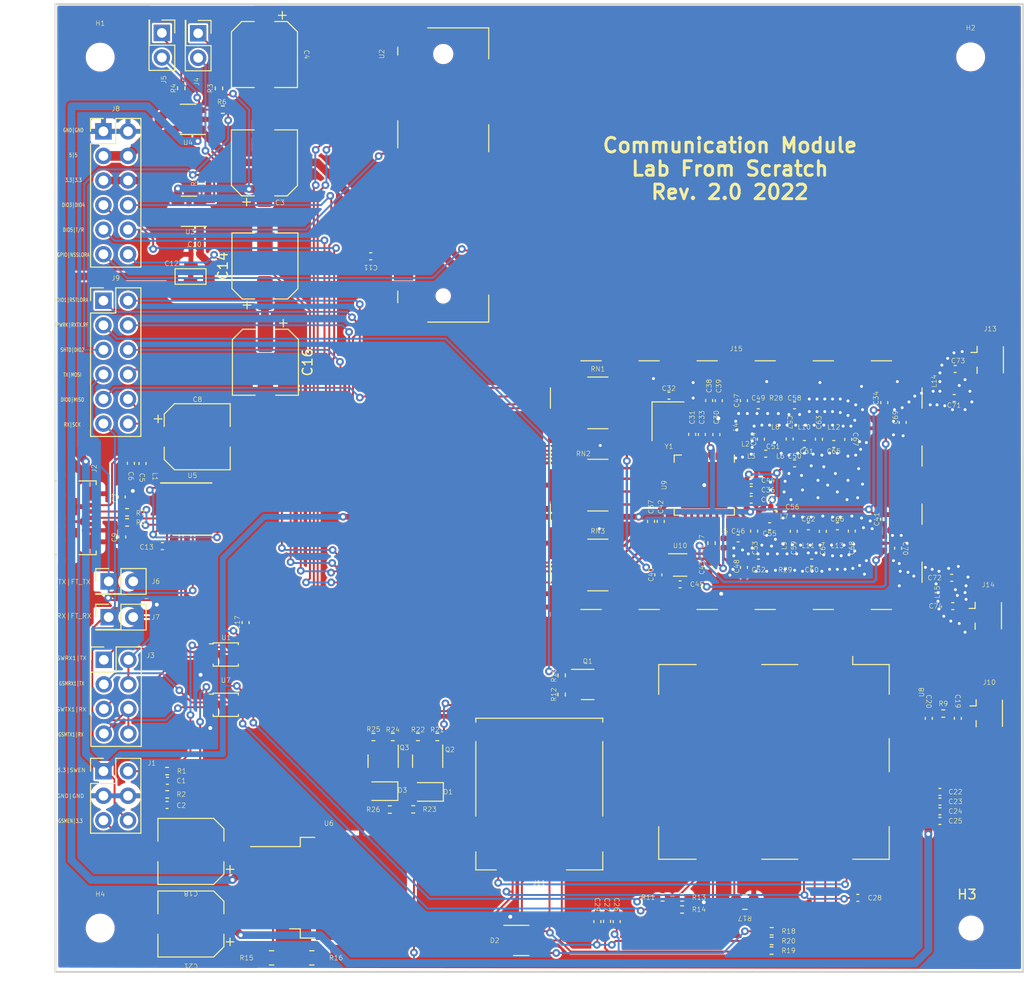
<source format=kicad_pcb>
(kicad_pcb (version 20211014) (generator pcbnew)
  (layers (0 "F.Cu" signal) (31 "B.Cu" signal) (34 "B.Paste" user) (35 "F.Paste" user) (36 "B.SilkS" user "B.Silkscreen") (37 "F.SilkS" user "F.Silkscreen") (38 "B.Mask" user) (39 "F.Mask" user) (44 "Edge.Cuts" user))
  (net 0 "")
  (net 1 "+5V")
  (net 2 "SW_EN")
  (net 3 "GSM_EN")
  (net 4 "3.3V")
  (net 5 "+5")
  (net 6 "Net-(C5-Pad1)")
  (net 7 "D-")
  (net 8 "D+")
  (net 9 "GPIO")
  (net 10 "Net-(C19-Pad1)")
  (net 11 "+3V8")
  (net 12 "Net-(C26-Pad1)")
  (net 13 "SIM_VDD")
  (net 14 "SIM_GND")
  (net 15 "VR_ANA")
  (net 16 "Net-(C31-Pad2)")
  (net 17 "T{slash}R")
  (net 18 "VR_DIG")
  (net 19 "RXTX_RF_ext")
  (net 20 "SW_TX")
  (net 21 "SW_RX")
  (net 22 "{slash}RXTX_SW")
  (net 23 "Net-(C46-Pad1)")
  (net 24 "Net-(C47-Pad1)")
  (net 26 "Net-(C54-Pad2)")
  (net 34 "Net-(C57-Pad1)")
  (net 36 "Net-(C58-Pad1)")
  (net 39 "Net-(C59-Pad1)")
  (net 42 "Net-(C60-Pad2)")
  (net 47 "Net-(C61-Pad2)")
  (net 49 "Net-(C65-Pad2)")
  (net 53 "Net-(C69-Pad1)")
  (net 54 "Net-(C69-Pad2)")
  (net 55 "Net-(C73-Pad1)")
  (net 56 "Net-(D1-Pad1)")
  (net 57 "Net-(D1-Pad2)")
  (net 60 "Net-(D3-Pad1)")
  (net 61 "Net-(D3-Pad2)")
  (net 62 "Net-(J1-Pad2)")
  (net 63 "Net-(J1-Pad5)")
  (net 65 "SW_RX1")
  (net 66 "GSM_RX1")
  (net 67 "SW_TX1")
  (net 68 "GSM_TX1")
  (net 69 "TX")
  (net 70 "RX")
  (net 71 "Net-(J4-Pad1)")
  (net 72 "Net-(J4-Pad2)")
  (net 73 "Net-(J5-Pad1)")
  (net 74 "Net-(J5-Pad2)")
  (net 75 "FT_TX")
  (net 76 "FT_RX")
  (net 77 "DIO3")
  (net 78 "DIO4")
  (net 79 "DIO5")
  (net 80 "NSS_LoRa")
  (net 81 "DIO1")
  (net 82 "RST_LoRa")
  (net 83 "PWRKEY")
  (net 84 "RXTX_RF")
  (net 85 "ShutDown")
  (net 86 "DIO2")
  (net 87 "MOSI")
  (net 88 "DIO0")
  (net 89 "MISO")
  (net 90 "SCK")
  (net 91 "Net-(L1-Pad2)")
  (net 92 "Net-(Q1-Pad1)")
  (net 93 "Net-(Q1-Pad3)")
  (net 94 "Net-(Q2-Pad1)")
  (net 95 "Net-(Q3-Pad1)")
  (net 96 "Net-(R7-Pad2)")
  (net 97 "Net-(R8-Pad2)")
  (net 98 "Net-(R11-Pad1)")
  (net 99 "GSM_RX")
  (net 100 "Net-(R14-Pad1)")
  (net 101 "GSM_TX")
  (net 102 "Net-(R15-Pad2)")
  (net 103 "Net-(R17-Pad2)")
  (net 104 "SIM_RST")
  (net 105 "SIM_CLK")
  (net 106 "SIM_DATA")
  (net 107 "STAT")
  (net 108 "NETLIGHT")
  (net 109 "RXTX_RF_sx")
  (net 110 "DIO1_sx")
  (net 111 "DIO0_sx")
  (net 112 "RST_sx")
  (net 113 "DIO5_sx")
  (net 114 "DIO4_sx")
  (net 115 "DIO3_sx")
  (net 116 "DIO2_sx")
  (net 117 "NSS_sx")
  (net 118 "MOSI_sx")
  (net 119 "MISO_sx")
  (net 120 "SCK_sx")
  (net 162 "+3V3")
  (net 163 "Net-(C10-Pad1)")
  (net 164 "Net-(C13-Pad1)")
  (net 165 "Net-(C20-Pad1)")
  (net 166 "Net-(C27-Pad1)")
  (net 167 "Net-(C29-Pad1)")
  (net 168 "Net-(C32-Pad2)")
  (net 169 "Net-(C44-Pad1)")
  (net 170 "Net-(C48-Pad1)")
  (net 171 "Net-(C49-Pad2)")
  (net 172 "Net-(C51-Pad1)")
  (net 173 "Net-(C52-Pad2)")
  (net 174 "Net-(C53-Pad1)")
  (net 175 "Net-(C55-Pad2)")
  (net 176 "Net-(C58-Pad2)")
  (net 177 "Net-(C60-Pad1)")
  (net 178 "Net-(C62-Pad2)")
  (net 179 "Net-(C66-Pad2)")
  (net 180 "Net-(C70-Pad1)")
  (net 181 "Net-(C70-Pad2)")
  (net 182 "Net-(C74-Pad1)")
  (net 184 "GND")
  (net 186 "Net-(L2-Pad2)")
  (net 187 "Net-(L3-Pad1)")
  (footprint "Capacitor_SMD:C_0402_1005Metric" (layer "F.Cu") (at 87.974744 117.626233 90)
    (fp_text reference "C26")
    (fp_text value "33p")
  )
  (footprint "Resistor_SMD:R_Array_Convex_4x1206" (layer "F.Cu") (at 86.024744 64.026233)
    (fp_text reference "RN1")
    (fp_text value "100")
  )
  (footprint "Inductor_SMD:L_0402_1005Metric" (layer "F.Cu") (at 105.274744 77.291233 -90)
    (fp_text reference "L9")
    (fp_text value "10nH")
  )
  (footprint "Capacitor_SMD:CP_Elec_6.3x5.2" (layer "F.Cu") (at 43.974744 117.876233 180)
    (fp_text reference "C21")
    (fp_text value "22u")
  )
  (footprint "Capacitor_SMD:C_0402_1005Metric" (layer "F.Cu") (at 97.524744 81.046233 -90)
    (fp_text reference "C43")
    (fp_text value "100n")
  )
  (footprint "Capacitor_SMD:CP_Elec_6.3x5.2" (layer "F.Cu") (at 51.624744 49.876233 90)
    (fp_text reference "C14")
    (fp_text value "100u")
  )
  (footprint "RF_GSM:Quectel_M95" (layer "F.Cu") (at 104.224744 101.126233 -90)
    (fp_text reference "U8")
    (fp_text value "M95")
  )
  (footprint "Capacitor_SMD:CP_Elec_6.3x5.2" (layer "F.Cu") (at 51.674744 59.826233 -90)
    (fp_text reference "C16")
    (fp_text value "10u")
  )
  (footprint "Capacitor_SMD:C_0402_1005Metric" (layer "F.Cu") (at 98.524744 63.796233 90)
    (fp_text reference "C39")
    (fp_text value "27p")
  )
  (footprint "Resistor_SMD:R_0402_1005Metric" (layer "F.Cu") (at 46.874744 31.526233 90)
    (fp_text reference "R3")
    (fp_text value "20k")
  )
  (footprint "Package_TO_SOT_SMD:SOT-23-6" (layer "F.Cu") (at 43.674744 34.726233 180)
    (fp_text reference "U4")
    (fp_text value "SiP35508")
  )
  (footprint "Capacitor_SMD:C_0402_1005Metric" (layer "F.Cu") (at 108.124744 80.526233)
    (fp_text reference "C60")
    (fp_text value "47pF")
  )
  (footprint "Resistor_SMD:R_0402_1005Metric" (layer "F.Cu") (at 41.524744 104.476233)
    (fp_text reference "R2")
    (fp_text value "20k")
  )
  (footprint "Capacitor_SMD:C_0402_1005Metric" (layer "F.Cu") (at 37.774744 70.271233 -90)
    (fp_text reference "C6")
    (fp_text value "100n")
  )
  (footprint "Capacitor_SMD:C_0402_1005Metric" (layer "F.Cu") (at 38.974744 70.291233 -90)
    (fp_text reference "C5")
    (fp_text value "10n")
  )
  (footprint "Capacitor_SMD:C_0402_1005Metric" (layer "F.Cu") (at 102.604744 64.276233)
    (fp_text reference "C49")
    (fp_text value "47 pF")
  )
  (footprint "Capacitor_SMD:C_0402_1005Metric" (layer "F.Cu") (at 121.374744 107.226233)
    (fp_text reference "C25")
    (fp_text value "33p")
  )
  (footprint "Resistor_SMD:R_0402_1005Metric" (layer "F.Cu") (at 37.374744 75.326233)
    (fp_text reference "R7")
    (fp_text value "27")
  )
  (footprint "Resistor_SMD:R_0805_2012Metric" (layer "F.Cu") (at 101.224744 115.626233 180)
    (fp_text reference "R17")
    (fp_text value "0")
  )
  (footprint "Package_TO_SOT_SMD:SOT-23" (layer "F.Cu") (at 68.437244 101.051233 -90)
    (fp_text reference "Q2")
    (fp_text value "BC847")
  )
  (footprint "Capacitor_SMD:CP_Elec_6.3x5.2" (layer "F.Cu") (at 44.624744 67.526233)
    (fp_text reference "C8")
    (fp_text value "47u")
  )
  (footprint "Inductor_SMD:L_0402_1005Metric" (layer "F.Cu") (at 104.374744 67.276233)
    (fp_text reference "L8")
    (fp_text value "0R!!!")
  )
  (footprint "Capacitor_SMD:C_0402_1005Metric" (layer "F.Cu") (at 36.824744 73.746233 90)
    (fp_text reference "C7")
    (fp_text value "47p")
  )
  (footprint "Resistor_SMD:R_0402_1005Metric" (layer "F.Cu") (at 64.527244 106.051233)
    (fp_text reference "R26")
    (fp_text value "330")
  )
  (footprint "Capacitor_SMD:C_0402_1005Metric" (layer "F.Cu") (at 117.054744 79.046233 90)
    (fp_text reference "C70")
    (fp_text value "47pF")
  )
  (footprint "Capacitor_SMD:C_0402_1005Metric" (layer "F.Cu") (at 106.354744 64.276233)
    (fp_text reference "C58")
    (fp_text value "47 pF")
  )
  (footprint "Capacitor_SMD:C_0402_1005Metric" (layer "F.Cu") (at 112.894744 115.176233)
    (fp_text reference "C28")
    (fp_text value "100n")
  )
  (footprint "Package_TO_SOT_SMD:SOT-23" (layer "F.Cu") (at 84.974744 93.126233)
    (fp_text reference "Q1")
    (fp_text value "BC847")
  )
  (footprint "Capacitor_SMD:C_0402_1005Metric" (layer "F.Cu") (at 111.904744 67.796233 -90)
    (fp_text reference "C67")
    (fp_text value "6.8pF")
  )
  (footprint "Package_SO:SSOP-16_3.9x4.9mm_P0.635mm" (layer "F.Cu") (at 44.124744 75.026233)
    (fp_text reference "U5")
    (fp_text value "FT230XQ")
  )
  (footprint "Capacitor_SMD:C_0402_1005Metric" (layer "F.Cu") (at 123.224744 96.626233 -90)
    (fp_text reference "C19")
    (fp_text value "100n")
  )
  (footprint "Resistor_SMD:R_0402_1005Metric" (layer "F.Cu") (at 64.837244 98.551233)
    (fp_text reference "R24")
    (fp_text value "4.7k")
  )
  (footprint "Capacitor_SMD:C_0402_1005Metric" (layer "F.Cu") (at 121.374744 104.226233)
    (fp_text reference "C22")
    (fp_text value "100n")
  )
  (footprint "Connector_USB:USB_Micro-B_Molex_47346-0001" (layer "F.Cu") (at 32.474744 75.9 -90)
    (fp_text reference "J2")
    (fp_text value "USB_B_Micro")
  )
  (footprint "Capacitor_SMD:C_0402_1005Metric" (layer "F.Cu") (at 115.624744 64.001233 90)
    (fp_text reference "C34")
    (fp_text value "100n")
  )
  (footprint "Connector_PinHeader_2.54mm:PinHeader_2x01_P2.54mm_Vertical" (layer "F.Cu") (at 35.475 82.475)
    (fp_text reference "J6")
    (fp_text value "Conn_02x01")
  )
  (footprint "Capacitor_SMD:C_0402_1005Metric" (layer "F.Cu") (at 110.404744 68.276233)
    (fp_text reference "C65")
    (fp_text value "NA")
  )
  (footprint "Capacitor_SMD:CP_Elec_6.3x5.2" (layer "F.Cu") (at 51.574744 28.026233 -90)
    (fp_text reference "C4")
    (fp_text value "4.7u")
  )
  (footprint "Capacitor_SMD:C_0402_1005Metric" (layer "F.Cu") (at 107.774744 76.776233)
    (fp_text reference "C62")
    (fp_text value "4.7pF")
  )
  (footprint "Capacitor_SMD:C_0402_1005Metric" (layer "F.Cu") (at 41.504744 105.576233 180)
    (fp_text reference "C2")
    (fp_text value "100n")
  )
  (footprint "Resistor_SMD:R_0402_1005Metric" (layer "F.Cu") (at 41.514744 102.076233 180)
    (fp_text reference "R1")
    (fp_text value "20k")
  )
  (footprint "Resistor_SMD:R_0402_1005Metric" (layer "F.Cu") (at 37.384744 76.376233)
    (fp_text reference "R8")
    (fp_text value "27")
  )
  (footprint "Inductor_SMD:L_0402_1005Metric" (layer "F.Cu") (at 99.374744 66.511233 90)
    (fp_text reference "L4")
    (fp_text value "16nH")
  )
  (footprint "Resistor_SMD:R_0402_1005Metric" (layer "F.Cu") (at 42.974744 31.516233 90)
    (fp_text reference "R4")
    (fp_text value "20k")
  )
  (footprint "Capacitor_SMD:C_0402_1005Metric" (layer "F.Cu") (at 108.874744 67.776233 -90)
    (fp_text reference "C63")
    (fp_text value "15pF")
  )
  (footprint "Resistor_SMD:R_0402_1005Metric" (layer "F.Cu") (at 94.734744 116.376233 180)
    (fp_text reference "R14")
    (fp_text value "1k")
  )
  (footprint "Connector_PinHeader_2.54mm:PinHeader_2x01_P2.54mm_Vertical" (layer "F.Cu") (at 35.475 86.166233)
    (fp_text reference "J7")
    (fp_text value "Conn_02x01")
  )
  (footprint "Capacitor_SMD:C_0402_1005Metric" (layer "F.Cu") (at 49.624744 86.726233 90)
    (fp_text reference "C17")
    (fp_text value "100n")
  )
  (footprint "Package_SO:SC70-6" (layer "F.Cu") (at 114.624744 78.526233 -90)
    (fp_text reference "U12")
    (fp_text value "PE4259")
  )
  (footprint "Capacitor_SMD:C_0402_1005Metric" (layer "F.Cu") (at 106.354744 70.276233)
    (fp_text reference "C50")
    (fp_text value "47pF")
  )
  (footprint "Inductor_SMD:L_0402_1005Metric" (layer "F.Cu") (at 110.774744 77.776233)
    (fp_text reference "L13")
    (fp_text value "0R!!")
  )
  (footprint "Connector_PinHeader_2.54mm:PinHeader_2x01_P2.54mm_Vertical" (layer "F.Cu") (at 44.724744 25.836233 -90)
    (fp_text reference "J4")
    (fp_text value "Conn_02x01")
  )
  (footprint "Capacitor_SMD:C_0402_1005Metric" (layer "F.Cu") (at 41.024744 78.826233 180)
    (fp_text reference "C13")
    (fp_text value "100n")
  )
  (footprint "Capacitor_SMD:C_0402_1005Metric" (layer "F.Cu") (at 122.594744 82.101233)
    (fp_text reference "C72")
    (fp_text value "NA")
  )
  (footprint "Capacitor_SMD:C_0402_1005Metric" (layer "F.Cu") (at 98.274744 67.296233 90)
    (fp_text reference "C30")
    (fp_text value "100n")
  )
  (footprint "Inductor_SMD:L_0402_1005Metric" (layer "F.Cu") (at 103.774744 75.776233 180)
    (fp_text reference "L7")
    (fp_text value "33nH")
  )
  (footprint "Connector_Coaxial:U.FL_Hirose_U.FL-R-SMT-1_Vertical" (layer "F.Cu") (at 126.1 59.575)
    (fp_text reference "J13")
    (fp_text value "LF")
  )
  (footprint "Package_TO_SOT_SMD:SOT-23-6" (layer "F.Cu") (at 78.112244 119.576233)
    (fp_text reference "D2")
    (fp_text value "ESDA6V1-5SC6")
  )
  (footprint "Capacitor_SMD:C_0402_1005Metric" (layer "F.Cu") (at 101.124744 63.796233 90)
    (fp_text reference "C47")
    (fp_text value "N/A")
  )
  (footprint "Capacitor_SMD:C_0402_1005Metric" (layer "F.Cu") (at 101.124744 81.026233 -90)
    (fp_text reference "C48")
    (fp_text value "3.3pF")
  )
  (footprint "Connector_PCBEdge:BUS_PCI_Express_Mini_Dual" (layer "F.Cu") (at 70.049744 40.476233 -90)
    (fp_text reference "U2")
    (fp_text value "Swarm_M138")
  )
  (footprint "MountingHole:MountingHole_2.1mm" (layer "F.Cu") (at 124.6 118.3)
    (fp_text reference "H3")
    (fp_text value "MountingHole")
  )
  (footprint "Capacitor_SMD:C_0402_1005Metric" (layer "F.Cu") (at 105.849744 67.756233 -90)
    (fp_text reference "C57")
    (fp_text value "NA")
  )
  (footprint "Resistor_SMD:R_0402_1005Metric" (layer "F.Cu") (at 103.974744 120.626233 180)
    (fp_text reference "R19")
    (fp_text value "22")
  )
  (footprint "Resistor_SMD:R_Array_Convex_4x1206" (layer "F.Cu") (at 86.024744 72.526233)
    (fp_text reference "RN2")
    (fp_text value "100")
  )
  (footprint "Capacitor_SMD:C_0402_1005Metric" (layer "F.Cu") (at 122.7 85.025)
    (fp_text reference "C74")
    (fp_text value "NA")
  )
  (footprint "Capacitor_SMD:C_0402_1005Metric" (layer "F.Cu") (at 103.374744 69.276233)
    (fp_text reference "C51")
    (fp_text value "15pF")
  )
  (footprint "Inductor_SMD:L_0402_1005Metric" (layer "F.Cu") (at 110.389744 67.276233)
    (fp_text reference "L12")
    (fp_text value "15nH")
  )
  (footprint "Capacitor_SMD:C_0402_1005Metric" (layer "F.Cu") (at 107.369744 68.276233)
    (fp_text reference "C61")
    (fp_text value "2.7pF")
  )
  (footprint "Capacitor_SMD:C_0402_1005Metric" (layer "F.Cu") (at 121.374744 106.226233)
    (fp_text reference "C24")
    (fp_text value "33p")
  )
  (footprint "Package_SO:VSSOP-8_2.4x2.1mm_P0.5mm" (layer "F.Cu") (at 47.574744 95.226233)
    (fp_text reference "U7")
    (fp_text value "74LVC2G126")
  )
  (footprint "Resistor_SMD:R_0402_1005Metric" (layer "F.Cu") (at 103.984744 119.626233 180)
    (fp_text reference "R20")
    (fp_text value "22")
  )
  (footprint "Capacitor_SMD:C_0402_1005Metric" (layer "F.Cu") (at 94.524744 82.776233 180)
    (fp_text reference "C45")
    (fp_text value "1n")
  )
  (footprint "Capacitor_SMD:C_0402_1005Metric" (layer "F.Cu") (at 102.174744 77.276233 -90)
    (fp_text reference "C53")
    (fp_text value "1.5pF")
  )
  (footprint "Capacitor_SMD:C_0402_1005Metric" (layer "F.Cu") (at 100.524744 78.026233)
    (fp_text reference "C46")
    (fp_text value "C")
  )
  (footprint "Connector_Coaxial:U.FL_Hirose_U.FL-R-SMT-1_Vertical" (layer "F.Cu") (at 125.999744 96.101233)
    (fp_text reference "J10")
    (fp_text value "Ant")
  )
  (footprint "Package_TO_SOT_SMD:SOT-353_SC-70-5" (layer "F.Cu") (at 94.524744 80.776233)
    (fp_text reference "U10")
    (fp_text value "NC7SVU04P5X")
  )
  (footprint "Capacitor_SMD:C_0402_1005Metric" (layer "F.Cu") (at 86.974744 117.606233 90)
    (fp_text reference "C27")
    (fp_text value "33p")
  )
  (footprint "Resistor_SMD:R_0402_1005Metric" (layer "F.Cu") (at 45.074744 41.316233 -90)
    (fp_text reference "R5")
    (fp_text value "20k")
  )
  (footprint "Capacitor_SMD:C_0402_1005Metric" (layer "F.Cu") (at 122.95 60.525)
    (fp_text reference "C73")
    (fp_text value "N/A")
  )
  (footprint "Capacitor_SMD:C_0402_1005Metric" (layer "F.Cu") (at 85.974744 117.626233 90)
    (fp_text reference "C29")
    (fp_text value "33p")
  )
  (footprint "Inductor_SMD:L_0402_1005Metric" (layer "F.Cu") (at 107.774744 77.776233)
    (fp_text reference "L11")
    (fp_text value "6.2nH")
  )
  (footprint "Resistor_SMD:R_0402_1005Metric" (layer "F.Cu") (at 62.837244 98.551233)
    (fp_text reference "R25")
    (fp_text value "47k")
  )
  (footprint "Connector_Card:microSIM_JAE_SF53S006VCBR2000" (layer "F.Cu") (at 79.974744 105.126233 180)
    (fp_text reference "J11")
    (fp_text value "SIM_Card_Shielded")
  )
  (footprint "Inductor_SMD:L_0402_1005Metric" (layer "F.Cu") (at 99.859744 68.276233 180)
    (fp_text reference "L2")
    (fp_text value "NA")
  )
  (footprint "MountingHole:MountingHole_2.5mm" (layer "F.Cu") (at 34.6 118.3)
    (fp_text reference "H4")
    (fp_text value "MountingHole")
  )
  (footprint "Inductor_SMD:L_0402_1005Metric" (layer "F.Cu") (at 107.349744 67.276233)
    (fp_text reference "L10")
    (fp_text value "12nH")
  )
  (footprint "Package_DFN_QFN:QFN-28-1EP_6x6mm_P0.65mm_EP4.8x4.8mm" (layer "F.Cu") (at 97.024744 72.526233 -90)
    (fp_text reference "U9")
    (fp_text value "SX1276")
  )
  (footprint "Resistor_SMD:R_0402_1005Metric" (layer "F.Cu") (at 82.287244 92.186233 90)
    (fp_text reference "R10")
    (fp_text value "4.7k")
  )
  (footprint "Connector_Coaxial:U.FL_Hirose_U.FL-R-SMT-1_Vertical" (layer "F.Cu") (at 125.9 86.025)
    (fp_text reference "J14")
    (fp_text value "HF")
  )
  (footprint "Inductor_SMD:L_0402_1005Metric" (layer "F.Cu") (at 40.224744 70.291233 -90)
    (fp_text reference "L1")
    (fp_text value "Ferrite")
  )
  (footprint "Resistor_SMD:R_0402_1005Metric" (layer "F.Cu") (at 103.984744 118.626233 180)
    (fp_text reference "R18")
    (fp_text value "22")
  )
  (footprint "Capacitor_SMD:C_0402_1005Metric" (layer "F.Cu") (at 36.874744 77.876233 -90)
    (fp_text reference "C9")
    (fp_text value "47p")
  )
  (footprint "Resistor_SMD:R_0402_1005Metric" (layer "F.Cu") (at 92.714744 115.126233 180)
    (fp_text reference "R11")
    (fp_text value "1k")
  )
  (footprint "Capacitor_SMD:C_0402_1005Metric" (layer "F.Cu") (at 104.374744 74.776233)
    (fp_text reference "C56")
    (fp_text value "47pF")
  )
  (footprint "Package_SO:SC70-6" (layer "F.Cu") (at 114.624744 66.651233 -90)
    (fp_text reference "U11")
    (fp_text value "PE4259")
  )
  (footprint "Capacitor_SMD:C_0402_1005Metric" (layer "F.Cu") (at 122.844744 63.526233)
    (fp_text reference "C71")
    (fp_text value "N/A")
  )
  (footprint "Capacitor_SMD:C_0402_1005Metric" (layer "F.Cu") (at 93.374744 63.276233 180)
    (fp_text reference "C32")
    (fp_text value "15p")
  )
  (footprint "Resistor_SMD:R_0805_2012Metric" (layer "F.Cu") (at 52.312244 121.376233)
    (fp_text reference "R15")
    (fp_text value "0")
  )
  (footprint "Capacitor_SMD:CP_Elec_6.3x5.2" (layer "F.Cu") (at 43.974744 110.376233 180)
    (fp_text reference "C18")
    (fp_text value "22u")
  )
  (footprint "Package_TO_SOT_SMD:SOT-23-6" (layer "F.Cu") (at 43.774744 44.226233 180)
    (fp_text reference "U3")
    (fp_text value "SiP35508")
  )
  (footprint "Resistor_SMD:R_0402_1005Metric" (layer "F.Cu") (at 97.774744 78.516233 -90)
    (fp_text reference "R27")
    (fp_text value "100")
  )
  (footprint "Connector_PinHeader_2.54mm:PinHeader_2x01_P2.54mm_Vertical" (layer "F.Cu") (at 40.974744 25.796233 -90)
    (fp_text reference "J5")
    (fp_text value "Conn_02x01")
  )
  (footprint "Resistor_SMD:R_0402_1005Metric" (layer "F.Cu") (at 66.947244 106.026233 180)
    (fp_text reference "R23")
    (fp_text value "330")
  )
  (footprint "Capacitor_SMD:C_0402_1005Metric" (layer "F.Cu") (at 44.454744 48.676233 180)
    (fp_text reference "C10")
    (fp_text value "100n")
  )
  (footprint "Capacitor_SMD:C_0402_1005Metric" (layer "F.Cu") (at 101.874744 73.026233)
    (fp_text reference "C36")
    (fp_text value "100n")
  )
  (footprint "Resistor_SMD:R_0402_1005Metric" (layer "F.Cu") (at 69.437244 98.551233)
    (fp_text reference "R21")
    (fp_text value "4.7k")
  )
  (footprint "Capacitor_SMD:C_0402_1005Metric" (layer "F.Cu") (at 109.274744 77.296233 90)
    (fp_text reference "C64")
    (fp_text value "1.2pF")
  )
  (footprint "Capacitor_Feed:YFF31HC" (layer "F.Cu") (at 43.974744 51.026233 180)
    (fp_text reference "C12")
    (fp_text value "1u")
  )
  (footprint "Capacitor_SMD:C_0402_1005Metric" (layer "F.Cu") (at 106.274744 77.296233 90)
    (fp_text reference "C59")
    (fp_text value "1.5pF")
  )
  (footprint "Package_TO_SOT_SMD:TO-263-5_TabPin3" (layer "F.Cu") (at 58.224744 114.126233)
    (fp_text reference "U6")
    (fp_text value "MIC29302WU")
  )
  (footprint "Resistor_SMD:R_0402_1005Metric" (layer "F.Cu") (at 67.437244 98.551233)
    (fp_text reference "R22")
    (fp_text value "47k")
  )
  (footprint "Capacitor_SMD:C_0402_1005Metric" (layer "F.Cu") (at 97.524744 63.776233 90)
    (fp_text reference "C38")
    (fp_text value "100n")
  )
  (footprint "Resistor_SMD:R_0402_1005Metric" (layer "F.Cu") (at 47.274744 33.726233 180)
    (fp_text reference "R6")
    (fp_text value "20k")
  )
  (footprint "Capacitor_SMD:C_0402_1005Metric" (layer "F.Cu") (at 103.774744 76.776233)
    (fp_text reference "C55")
    (fp_text value "33pF")
  )
  (footprint "Resistor_SMD:R_0805_2012Metric" (layer "F.Cu") (at 56.474744 121.376233)
    (fp_text reference "R16")
    (fp_text value "0")
  )
  (footprint "Capacitor_SMD:C_0402_1005Metric" (layer "F.Cu") (at 102.874744 67.776233 90)
    (fp_text reference "C54")
    (fp_text value "18pF")
  )
  (footprint "Resistor_SMD:R_0402_1005Metric" (layer "F.Cu") (at 82.287244 94.166233 90)
    (fp_text reference "R12")
    (fp_text value "47k")
  )
  (footprint "Capacitor_SMD:C_0402_1005Metric" (layer "F.Cu") (at 115.599744 76.046233 90)
    (fp_text reference "C41")
    (fp_text value "100n")
  )
  (footprint "Inductor_SMD:L_0402_1005Metric" (layer "F.Cu") (at 122.099744 83.591233 90)
    (fp_text reference "L15")
    (fp_text value "0R!!!")
  )
  (footprint "Capacitor_SMD:C_0402_1005Metric" (layer "F.Cu") (at 121.374744 105.226233)
    (fp_text reference "C23")
    (fp_text value "100n")
  )
  (footprint "Capacitor_SMD:C_0402_1005Metric" (layer "F.Cu") (at 41.544744 103.076233)
    (fp_text reference "C1")
    (fp_text value "100n")
  )
  (footprint "Inductor_SMD:L_0402_1005Metric" (layer "F.Cu") (at 99.024744 78.511233 -90)
    (fp_text reference "L5")
    (fp_text value "10nH")
  )
  (footprint "Capacitor_SMD:C_0402_1005Metric" (layer "F.Cu") (at 110.774744 76.776233)
    (fp_text reference "C66")
    (fp_text value "1.8pF")
  )
  (footprint "Capacitor_SMD:C_0402_1005Metric" (layer "F.Cu") (at 117.524744 66.046233 -90)
    (fp_text reference "C69")
    (fp_text value "47pF")
  )
  (footprint "Capacitor_SMD:C_0402_1005Metric" (layer "F.Cu") (at 102.624744 80.526233)
    (fp_text reference "C52")
    (fp_text value "4.7pF")
  )
  (footprint "LED_SMD:LED_0805_2012Metric" (layer "F.Cu") (at 63.674744 104.151233 180)
    (fp_text reference "D3")
    (fp_text value "LED")
  )
  (footprint "LED_SMD:LED_0805_2012Metric" (layer "F.Cu") (at 68.374744 104.226233 180)
    (fp_text reference "D1")
    (fp_text value "LED")
  )
  (footprint "Package_SO:VSSOP-8_2.4x2.1mm_P0.5mm" (layer "F.Cu") (at 47.574744 90.026233)
    (fp_text reference "U1")
    (fp_text value "74LVC2G126")
  )
  (footprint "RF_Shielding:Laird_Technologies_BMI-S-205-F_38.10x25.40mm" (layer "F.Cu") (at 100.324744 72.526233)
    (fp_text reference "J15")
    (fp_text value "RFShield_OnePiece")
  )
  (footprint "Capacitor_SMD:C_0402_1005Metric" (layer "F.Cu") (at 112.274744 77.276233 90)
    (fp_text reference "C68")
    (fp_text value "NA")
  )
  (footprint "Capacitor_SMD:C_0402_1005Metric" (layer "F.Cu") (at 120.224744 96.626233 -90)
    (fp_text reference "C20")
    (fp_text value "100n")
  )
  (footprint "Capacitor_SMD:CP_Elec_6.3x5.2" (layer "F.Cu") (at 51.574744 39.226233 90)
    (fp_text reference "C3")
    (fp_text value "4.7u")
  )
  (footprint "Capacitor_SMD:C_0402_1005Metric" (layer "F.Cu") (at 92.524744 76.276233 -90)
    (fp_text reference "C42")
    (fp_text value "100n")
  )
  (footprint "Crystal:Crystal_SMD_Abracon_ABM8G-4Pin_3.2x2.5mm" (layer "F.Cu") (at 93.274744 65.926233 -90)
    (fp_text reference "Y1")
    (fp_text value "32MHz")
  )
  (footprint "MountingHole:MountingHole_2.5mm" (layer "F.Cu") (at 34.6 28.3)
    (fp_text reference "H1")
    (fp_text value "MountingHole")
  )
  (footprint "Connector_PinHeader_2.54mm:PinHeader_2x03_P2.54mm_Vertical" (layer "F.Cu") (at 34.934744 102.086233)
    (fp_text reference "J1")
    (fp_text value "Conn_02x03_Counter_Clockwise")
  )
  (footprint "Inductor_SMD:L_0402_1005Metric" (layer "F.Cu") (at 104.359744 70.276233)
    (fp_text reference "L6")
    (fp_text value "33nH")
  )
  (footprint "MountingHole:MountingHole_2.5mm" (layer "F.Cu") (at 124.55 28.275)
    (fp_text reference "H2")
    (fp_text value "MountingHole")
  )
  (footprint "Connector_PinHeader_2.54mm:PinHeader_2x06_P2.54mm_Vertical" (layer "F.Cu") (at 34.934744 53.466233)
    (fp_text reference "J9")
    (fp_text value "Conn_02x06_Odd_Even")
  )
  (footprint "Resistor_SMD:R_0201_0603Metric_Pad0.64x0.40mm_HandSolder" (layer "F.Cu") (at 105.394744 80.526233)
    (fp_text reference "R29")
    (fp_text value "0R")
  )
  (footprint "Inductor_SMD:L_0402_1005Metric" (layer "F.Cu") (at 102.359744 70.276233)
    (fp_text reference "L3")
    (fp_text value "33nH")
  )
  (footprint "Capacitor_SMD:C_0402_1005Metric" (layer "F.Cu") (at 101.874744 74.026233)
    (fp_text reference "C35")
    (fp_text value "27p")
  )
  (footprint "Package_TO_SOT_SMD:SOT-23" (layer "F.Cu") (at 63.837244 101.051233 -90)
    (fp_text reference "Q3")
    (fp_text value "BC847")
  )
  (footprint "Connector_PinHeader_2.54mm:PinHeader_2x04_P2.54mm_Vertical" (layer "F.Cu") (at 34.974744 90.576233)
    (fp_text reference "J3")
    (fp_text value "Conn_02x04_Top_Bottom")
  )
  (footprint "Resistor_SMD:R_0402_1005Metric" (layer "F.Cu") (at 121.724744 96.126233)
    (fp_text reference "R9")
    (fp_text value "0")
  )
  (footprint "Capacitor_SMD:C_0402_1005Metric" (layer "F.Cu") (at 101.874744 72.026233)
    (fp_text reference "C44")
    (fp_text value "10nF")
  )
  (footprint "Resistor_SMD:R_Array_Convex_4x1206" (layer "F.Cu") (at 86.024744 80.776233)
    (fp_text reference "RN3")
    (fp_text value "100")
  )
  (footprint "Inductor_SMD:L_0402_1005Metric" (layer "F.Cu") (at 122.324744 62.026233 -90)
    (fp_text reference "L14")
    (fp_text value "0R!!!!")
  )
  (footprint "Capacitor_SMD:C_0402_1005Metric" (layer "F.Cu") (at 62.554744 48.876233 180)
    (fp_text reference "C11")
    (fp_text value "100n")
  )
  (footprint "Resistor_SMD:R_0201_0603Metric" (layer "F.Cu") (at 104.444744 64.276233)
    (fp_text reference "R28")
    (fp_text value "0")
  )
  (footprint "Connector_PinHeader_2.54mm:PinHeader_2x06_P2.54mm_Vertical" (layer "F.Cu") (at 34.934744 35.966233)
    (fp_text reference "J8")
    (fp_text value "Conn_02x06_Odd_Even")
  )
  (footprint "Capacitor_SMD:C_0402_1005Metric" (layer "F.Cu") (at 92.274744 81.796233 -90)
    (fp_text reference "C40")
    (fp_text value "1n")
  )
  (footprint "Capacitor_SMD:C_0402_1005Metric" (layer "F.Cu") (at 95.774744 67.276233 -90)
    (fp_text reference "C31")
    (fp_text value "15p")
  )
  (footprint "Resistor_SMD:R_0402_1005Metric" (layer "F.Cu") (at 94.734744 115.126233 180)
    (fp_text reference "R13")
    (fp_text value "5.6k")
  )
  (footprint "Capacitor_SMD:C_0402_1005Metric" (layer "F.Cu") (at 96.774744 67.296233 90)
    (fp_text reference "C33")
    (fp_text value "100n")
  )
  (footprint "Capacitor_SMD:C_0402_1005Metric" (layer "F.Cu") (at 91.524744 76.276233 -90)
    (fp_text reference "C37")
    (fp_text value "27p")
  )
  (gr_rect locked (start 29.975 22.825) (end 129.975 122.825) (layer "Edge.Cuts") (width 0.2) (fill none))
  (gr_text "RX|FT_RX" (at 31.9 86.05) (layer "F.SilkS") (effects (font (size 0.5 0.5) (thickness 0.05))))
  (gr_text "DIO1|RSTLORA\n\n\n\nPWRK|RXTX.RF\n\n\n\nSHTD|DIO2\n\n\n\nTX|MOSI\n\n\n\nDIO0|MISO\n\n\n\nRX|SCK\n\n\n\n" (at 31.725 60.8) (layer "F.SilkS") (effects (font (size 0.4 0.3) (thickness 0.05))))
  (gr_text "GSMTX1|RX" (at 31.575 98.3) (layer "F.SilkS") (effects (font (size 0.4 0.3) (thickness 0.05))))
  (gr_text "GSMRX1|TX" (at 31.65 93.025) (layer "F.SilkS") (effects (font (size 0.4 0.3) (thickness 0.05))))
  (gr_text "3.3|SWEN" (at 31.6 101.975) (layer "F.SilkS") (effects (font (size 0.4 0.4) (thickness 0.05))))
  (gr_text "GND|GND\n\n\n\n5|5\n\n\n\n3.3|3.3\n\n\n\nDIO3|DIO4\n\n\n\nDIO5|T/R\n\n\n\nGPIO|NSSLORA\n\n\n\n\n" (at 31.825 43.575) (layer "F.SilkS") (effects (font (size 0.4 0.3) (thickness 0.05))))
  (gr_text "Communication Module\nLab From Scratch\nRev. 2.0 2022" (at 99.674744 39.826233) (layer "F.SilkS") (effects (font (size 1.5 1.5) (thickness 0.3))))
  (gr_text "SWRX1|TX" (at 31.65 90.4) (layer "F.SilkS") (effects (font (size 0.4 0.4) (thickness 0.05))))
  (gr_text "GSMEN|3.3" (at 31.525 107.225) (layer "F.SilkS") (effects (font (size 0.4 0.3) (thickness 0.05))))
  (gr_text "SWTX1|RX" (at 31.625 95.7) (layer "F.SilkS") (effects (font (size 0.4 0.4) (thickness 0.05))))
  (gr_text "GND|GND" (at 31.525 104.65) (layer "F.SilkS") (effects (font (size 0.4 0.4) (thickness 0.05))))
  (gr_text "TX|FT_TX" (at 31.925 82.525) (layer "F.SilkS") (effects (font (size 0.5 0.5) (thickness 0.05))))
  (segment (start 52.449744 110.726233) (end 47.124744 110.726233) (width 0.8) (layer "F.Cu") (net 1))
  (segment (start 63.324744 47.576233) (end 65.974744 47.576233) (width 0.8) (layer "F.Cu") (net 1))
  (segment (start 52.449744 110.726233) (end 52.449744 112.426233) (width 0.8) (layer "F.Cu") (net 1))
  (segment (start 48.312244 39.176233) (end 57.024744 39.176233) (width 0.8) (layer "F.Cu") (net 1))
  (segment (start 72.674744 28.626233) (end 73.699744 28.626233) (width 0.8) (layer "F.Cu") (net 1))
  (segment (start 71.424744 51.250255) (end 72.550233 52.375744) (width 0.8) (layer "F.Cu") (net 1))
  (segment (start 44.624744 36.926233) (end 44.674744 36.976233) (width 0.8) (layer "F.Cu") (net 1))
  (segment (start 66.124744 47.426233) (end 68.724744 47.426233) (width 0.8) (layer "F.Cu") (net 1))
  (segment (start 47.124744 110.726233) (end 46.774744 110.376233) (width 0.8) (layer "F.Cu") (net 1))
  (segment (start 68.724744 47.426233) (end 68.724744 30.576233) (width 0.8) (layer "F.Cu") (net 1))
  (segment (start 44.812244 35.676233) (end 44.624744 35.863733) (width 0.8) (layer "F.Cu") (net 1))
  (segment (start 48.274744 113.326233) (end 49.174744 112.426233) (width 0.8) (layer "F.Cu") (net 1))
  (segment (start 63.034744 48.876233) (end 63.034744 47.866233) (width 0.2) (layer "F.Cu") (net 1))
  (segment (start 65.974744 47.576233) (end 66.124744 47.426233) (width 0.8) (layer "F.Cu") (net 1))
  (segment (start 44.624744 35.863733) (end 44.624744 36.926233) (width 0.8) (layer "F.Cu") (net 1))
  (segment (start 68.724744 30.576233) (end 70.724744 30.576233) (width 0.8) (layer "F.Cu") (net 1))
  (segment (start 73.699744 28.626233) (end 74.050233 28.976722) (width 0.8) (layer "F.Cu") (net 1))
  (segment (start 61.874744 44.026233) (end 61.874744 47.576233) (width 0.8) (layer "F.Cu") (net 1))
  (segment (start 61.874744 47.576233) (end 63.324744 47.576233) (width 0.8) (layer "F.Cu") (net 1))
  (segment (start 44.812244 35.676233) (end 48.312244 39.176233) (width 0.8) (layer "F.Cu") (net 1))
  (segment (start 71.424744 50.126233) (end 71.424744 51.250255) (width 0.8) (layer "F.Cu") (net 1))
  (segment (start 63.034744 47.866233) (end 63.324744 47.576233) (width 0.2) (layer "F.Cu") (net 1))
  (segment (start 72.550233 52.375744) (end 74.050233 52.375744) (width 0.8) (layer "F.Cu") (net 1))
  (segment (start 57.024744 39.176233) (end 61.874744 44.026233) (width 0.8) (layer "F.Cu") (net 1))
  (segment (start 49.174744 112.426233) (end 52.449744 112.426233) (width 0.8) (layer "F.Cu") (net 1))
  (segment (start 68.724744 47.426233) (end 71.424744 50.126233) (width 0.8) (layer "F.Cu") (net 1))
  (segment (start 70.724744 30.576233) (end 72.674744 28.626233) (width 0.8) (layer "F.Cu") (net 1))
  (via (at 48.274744 113.326233) (size 0.8) (drill 0.4) (layers "F.Cu" "B.Cu") (net 1))
  (via (at 44.674744 36.976233) (size 0.8) (drill 0.4) (layers "F.Cu" "B.Cu") (net 1))
  (segment (start 31.624744 111.276233) (end 33.674744 113.326233) (width 0.8) (layer "B.Cu") (net 1))
  (segment (start 33.674744 113.326233) (end 48.274744 113.326233) (width 0.8) (layer "B.Cu") (net 1))
  (segment (start 31.624744 33.376233) (end 31.624744 111.276233) (width 0.8) (layer "B.Cu") (net 1))
  (segment (start 43.074744 36.976233) (end 39.474744 33.376233) (width 0.8) (layer "B.Cu") (net 1))
  (segment (start 39.474744 33.376233) (end 31.624744 33.376233) (width 0.8) (layer "B.Cu") (net 1))
  (segment (start 44.674744 36.976233) (end 43.074744 36.976233) (width 0.8) (layer "B.Cu") (net 1))
  (segment (start 43.924744 100.176233) (end 43.924744 96.276233) (width 0.2) (layer "F.Cu") (net 2))
  (segment (start 44.308255 89.276233) (end 44.108755 89.076733) (width 0.2) (layer "F.Cu") (net 2))
  (segment (start 42.024744 103.076233) (end 42.024744 102.076233) (width 0.2) (layer "F.Cu") (net 2))
  (segment (start 46.024744 89.276233) (end 44.308255 89.276233) (width 0.2) (layer "F.Cu") (net 2))
  (segment (start 49.124744 89.776233) (end 47.624744 89.776233) (width 0.2) (layer "F.Cu") (net 2))
  (segment (start 47.624744 89.776233) (end 47.124744 89.276233) (width 0.2) (layer "F.Cu") (net 2))
  (segment (start 47.124744 89.276233) (end 46.024744 89.276233) (width 0.2) (layer "F.Cu") (net 2))
  (segment (start 42.024744 102.076233) (end 43.924744 100.176233) (width 0.2) (layer "F.Cu") (net 2))
  (via (at 43.924744 96.276233) (size 0.8) (drill 0.4) (layers "F.Cu" "B.Cu") (net 2))
  (via (at 44.108755 89.076733) (size 0.8) (drill 0.4) (layers "F.Cu" "B.Cu") (net 2))
  (segment (start 43.924744 96.276233) (end 43.924744 89.260744) (width 0.2) (layer "B.Cu") (net 2))
  (segment (start 43.924744 89.260744) (end 44.108755 89.076733) (width 0.2) (layer "B.Cu") (net 2))
  (segment (start 41.984744 104.526233) (end 42.034744 104.476233) (width 0.2) (layer "F.Cu") (net 3))
  (segment (start 42.034744 104.476233) (end 42.574744 104.476233) (width 0.2) (layer "F.Cu") (net 3))
  (segment (start 45.574744 93.376233) (end 45.574744 94.026233) (width 0.2) (layer "F.Cu") (net 3))
  (segment (start 44.924744 102.126233) (end 44.924744 96.976233) (width 0.2) (layer "F.Cu") (net 3))
  (segment (start 42.574744 104.476233) (end 44.924744 102.126233) (width 0.2) (layer "F.Cu") (net 3))
  (segment (start 47.124744 94.476233) (end 47.624744 94.976233) (width 0.2) (layer "F.Cu") (net 3))
  (segment (start 47.624744 94.976233) (end 49.124744 94.976233) (width 0.2) (layer "F.Cu") (net 3))
  (segment (start 45.574744 94.026233) (end 46.024744 94.476233) (width 0.2) (layer "F.Cu") (net 3))
  (segment (start 46.024744 94.476233) (end 47.124744 94.476233) (width 0.2) (layer "F.Cu") (net 3))
  (segment (start 41.984744 105.576233) (end 41.984744 104.526233) (width 0.2) (layer "F.Cu") (net 3))
  (via (at 45.574744 93.376233) (size 0.8) (drill 0.4) (layers "F.Cu" "B.Cu") (net 3))
  (via (at 44.924744 96.976233) (size 0.8) (drill 0.4) (layers "F.Cu" "B.Cu") (net 3))
  (segment (start 44.924744 96.976233) (end 44.924744 94.026233) (width 0.2) (layer "B.Cu") (net 3))
  (segment (start 44.924744 94.026233) (end 45.574744 93.376233) (width 0.2) (layer "B.Cu") (net 3))
  (segment (start 48.224744 32.176233) (end 48.324744 32.076233) (width 0.2) (layer "F.Cu") (net 4))
  (segment (start 42.637244 41.888733) (end 42.624744 41.876233) (width 0.8) (layer "F.Cu") (net 4))
  (segment (start 47.169248 32.176233) (end 48.224744 32.176233) (width 0.2) (layer "F.Cu") (net 4))
  (segment (start 37.474744 41.046233) (end 40.407244 41.046233) (width 0.8) (layer "F.Cu") (net 4))
  (segment (start 47.029248 32.036233) (end 47.169248 32.176233) (width 0.2) (layer "F.Cu") (net 4))
  (segment (start 42.637244 43.276233) (end 42.637244 41.888733) (width 0.8) (layer "F.Cu") (net 4))
  (segment (start 46.874744 32.036233) (end 47.029248 32.036233) (width 0.2) (layer "F.Cu") (net 4))
  (segment (start 51.474744 41.926233) (end 51.574744 42.026233) (width 0.8) (layer "F.Cu") (net 4))
  (segment (start 40.407244 41.046233) (end 42.637244 43.276233) (width 0.8) (layer "F.Cu") (net 4))
  (segment (start 34.934744 41.046233) (end 37.474744 41.046233) (width 0.8) (layer "F.Cu") (net 4))
  (segment (start 49.974744 41.926233) (end 51.474744 41.926233) (width 0.8) (layer "F.Cu") (net 4))
  (via (at 42.624744 41.876233) (size 0.8) (drill 0.4) (layers "F.Cu" "B.Cu") (net 4))
  (via (at 48.324744 32.076233) (size 0.8) (drill 0.4) (layers "F.Cu" "B.Cu") (net 4))
  (via (at 49.974744 41.926233) (size 0.8) (drill 0.4) (layers "F.Cu" "B.Cu") (net 4))
  (segment (start 48.324744 32.076233) (end 49.974744 33.726233) (width 0.2) (layer "B.Cu") (net 4))
  (segment (start 42.624744 41.876233) (end 49.924744 41.876233) (width 0.8) (layer "B.Cu") (net 4))
  (segment (start 49.974744 33.726233) (end 49.974744 41.926233) (width 0.2) (layer "B.Cu") (net 4))
  (segment (start 49.924744 41.876233) (end 49.974744 41.926233) (width 0.8) (layer "B.Cu") (net 4))
  (segment (start 37.474744 38.506233) (end 40.724744 35.256233) (width 1) (layer "F.Cu") (net 5))
  (segment (start 34.934744 38.506233) (end 37.474744 38.506233) (width 1) (layer "F.Cu") (net 5))
  (segment (start 39.525233 31.126722) (end 39.525233 24.346722) (width 0.8) (layer "F.Cu") (net 5))
  (segment (start 42.974744 32.026233) (end 42.974744 33.338733) (width 0.8) (layer "F.Cu") (net 5))
  (segment (start 42.974744 33.338733) (end 42.537244 33.776233) (width 0.8) (layer "F.Cu") (net 5))
  (segment (start 40.245722 23.626233) (end 49.974744 23.626233) (width 0.8) (layer "F.Cu") (net 5))
  (segment (start 49.974744 23.626233) (end 51.574744 25.226233) (width 0.8) (layer "F.Cu") (net 5))
  (segment (start 40.724744 35.256233) (end 40.724744 34.674831) (width 1) (layer "F.Cu") (net 5))
  (segment (start 42.174744 33.776233) (end 39.525233 31.126722) (width 0.8) (layer "F.Cu") (net 5))
  (segment (start 40.724744 34.674831) (end 41.672862 33.726713) (width 1) (layer "F.Cu") (net 5))
  (segment (start 39.525233 24.346722) (end 40.245722 23.626233) (width 0.8) (layer "F.Cu") (net 5))
  (segment (start 42.537244 33.776233) (end 42.174744 33.776233) (width 0.8) (layer "F.Cu") (net 5))
  (segment (start 41.672862 33.726713) (end 42.487724 33.726713) (width 1) (layer "F.Cu") (net 5))
  (segment (start 40.224744 69.126233) (end 40.224744 69.806233) (width 0.2) (layer "F.Cu") (net 6))
  (segment (start 38.974744 69.811233) (end 40.219744 69.811233) (width 0.2) (layer "F.Cu") (net 6))
  (segment (start 38.954744 69.791233) (end 38.974744 69.811233) (width 0.2) (layer "F.Cu") (net 6))
  (segment (start 35.600977 74.6) (end 35.824744 74.376233) (width 0.2) (layer "F.Cu") (net 6))
  (segment (start 35.824744 70.326233) (end 36.359744 69.791233) (width 0.2) (layer "F.Cu") (net 6))
  (segment (start 33.934744 74.6) (end 35.600977 74.6) (width 0.2) (layer "F.Cu") (net 6))
  (segment (start 37.774744 69.791233) (end 38.954744 69.791233) (width 0.2) (layer "F.Cu") (net 6))
  (segment (start 40.219744 69.811233) (end 40.224744 69.806233) (width 0.2) (layer "F.Cu") (net 6))
  (segment (start 35.824744 74.376233) (end 35.824744 70.326233) (width 0.2) (layer "F.Cu") (net 6))
  (segment (start 41.824744 67.526233) (end 40.224744 69.126233) (width 0.2) (layer "F.Cu") (net 6))
  (segment (start 36.359744 69.791233) (end 37.774744 69.791233) (width 0.2) (layer "F.Cu") (net 6))
  (segment (start 36.824744 74.226233) (end 36.824744 75.286233) (width 0.2) (layer "F.Cu") (net 7))
  (segment (start 36.824744 75.286233) (end 36.864744 75.326233) (width 0.2) (layer "F.Cu") (net 7))
  (segment (start 36.788511 75.25) (end 36.864744 75.326233) (width 0.2) (layer "F.Cu") (net 7))
  (segment (start 33.934744 75.25) (end 36.788511 75.25) (width 0.2) (layer "F.Cu") (net 7))
  (segment (start 36.874744 77.396233) (end 36.874744 76.376233) (width 0.2) (layer "F.Cu") (net 8))
  (segment (start 36.398511 75.9) (end 36.874744 76.376233) (width 0.2) (layer "F.Cu") (net 8))
  (segment (start 33.934744 75.9) (end 36.398511 75.9) (width 0.2) (layer "F.Cu") (net 8))
  (segment (start 71.974744 48.126233) (end 72.124744 48.276233) (width 0.2) (layer "F.Cu") (net 9))
  (segment (start 72.124744 48.276233) (end 74.149744 48.276233) (width 0.2) (layer "F.Cu") (net 9))
  (via (at 71.974744 48.126233) (size 0.8) (drill 0.4) (layers "F.Cu" "B.Cu") (net 9))
  (segment (start 37.394744 51.126233) (end 68.974744 51.126233) (width 0.2) (layer "B.Cu") (net 9))
  (segment (start 34.934744 48.666233) (end 37.394744 51.126233) (width 0.2) (layer "B.Cu") (net 9))
  (segment (start 68.974744 51.126233) (end 71.974744 48.126233) (width 0.2) (layer "B.Cu") (net 9))
  (segment (start 123.224744 96.146233) (end 124.904744 96.146233) (width 0.2) (layer "F.Cu") (net 10))
  (segment (start 124.904744 96.146233) (end 124.949744 96.101233) (width 0.2) (layer "F.Cu") (net 10))
  (segment (start 122.234744 96.126233) (end 123.204744 96.126233) (width 0.2) (layer "F.Cu") (net 10))
  (segment (start 123.204744 96.126233) (end 123.224744 96.146233) (width 0.2) (layer "F.Cu") (net 10))
  (segment (start 115.824744 106.026233) (end 115.874744 106.076233) (width 0.8) (layer "F.Cu") (net 11))
  (segment (start 67.024744 106.613733) (end 67.024744 120.826233) (width 0.2) (layer "F.Cu") (net 11))
  (segment (start 115.824744 105.476233) (end 115.824744 106.026233) (width 0.8) (layer "F.Cu") (net 11))
  (segment (start 118.824744 105.476233) (end 115.824744 105.476233) (width 0.8) (layer "F.Cu") (net 11))
  (segment (start 66.437244 106.026233) (end 67.024744 106.613733) (width 0.2) (layer "F.Cu") (net 11))
  (segment (start 120.174744 106.826233) (end 118.824744 105.476233) (width 0.8) (layer "F.Cu") (net 11))
  (segment (start 46.774744 119.476233) (end 48.674744 121.376233) (width 0.8) (layer "F.Cu") (net 11))
  (segment (start 48.824744 115.826233) (end 52.449744 115.826233) (width 0.8) (layer "F.Cu") (net 11))
  (segment (start 46.774744 117.876233) (end 46.774744 119.476233) (width 0.8) (layer "F.Cu") (net 11))
  (segment (start 120.174744 108.576233) (end 120.174744 106.826233) (width 0.8) (layer "F.Cu") (net 11))
  (segment (start 47.974744 117.876233) (end 49.124744 119.026233) (width 0.8) (layer "F.Cu") (net 11))
  (segment (start 65.062244 106.026233) (end 65.037244 106.051233) (width 0.2) (layer "F.Cu") (net 11))
  (segment (start 46.774744 117.876233) (end 48.824744 115.826233) (width 0.8) (layer "F.Cu") (net 11))
  (segment (start 120.894744 104.226233) (end 120.894744 107.226233) (width 0.8) (layer "F.Cu") (net 11))
  (segment (start 66.437244 106.026233) (end 65.062244 106.026233) (width 0.2) (layer "F.Cu") (net 11))
  (segment (start 46.774744 117.876233) (end 47.974744 117.876233) (width 0.8) (layer "F.Cu") (net 11))
  (segment (start 48.674744 121.376233) (end 51.399744 121.376233) (width 0.8) (layer "F.Cu") (net 11))
  (via (at 49.124744 119.026233) (size 0.8) (drill 0.4) (layers "F.Cu" "B.Cu") (net 11))
  (via (at 120.174744 108.576233) (size 0.8) (drill 0.4) (layers "F.Cu" "B.Cu") (net 11))
  (via (at 67.024744 120.826233) (size 0.8) (drill 0.4) (layers "F.Cu" "B.Cu") (net 11))
  (segment (start 118.824744 121.926233) (end 120.174744 120.576233) (width 0.8) (layer "B.Cu") (net 11))
  (segment (start 120.174744 120.576233) (end 120.174744 108.576233) (width 0.8) (layer "B.Cu") (net 11))
  (segment (start 67.024744 120.826233) (end 67.024744 121.876233) (width 0.2) (layer "B.Cu") (net 11))
  (segment (start 59.774744 121.476233) (end 60.224744 121.926233) (width 0.8) (layer "B.Cu") (net 11))
  (segment (start 66.974744 121.926233) (end 118.824744 121.926233) (width 0.8) (layer "B.Cu") (net 11))
  (segment (start 67.024744 121.876233) (end 66.974744 121.926233) (width 0.2) (layer "B.Cu") (net 11))
  (segment (start 60.224744 121.926233) (end 66.974744 121.926233) (width 0.8) (layer "B.Cu") (net 11))
  (segment (start 57.324744 119.026233) (end 59.774744 121.476233) (width 0.8) (layer "B.Cu") (net 11))
  (segment (start 49.124744 119.026233) (end 57.324744 119.026233) (width 0.8) (layer "B.Cu") (net 11))
  (segment (start 79.599744 120.876233) (end 81.724744 120.876233) (width 0.2) (layer "F.Cu") (net 12))
  (segment (start 78.174744 113.581233) (end 78.174744 119.79945) (width 0.2) (layer "F.Cu") (net 12))
  (segment (start 87.974744 118.717581) (end 87.755323 118.937002) (width 0.2) (layer "F.Cu") (net 12))
  (segment (start 79.759744 111.746233) (end 79.759744 111.996233) (width 0.2) (layer "F.Cu") (net 12))
  (segment (start 87.974744 118.106233) (end 87.974744 118.717581) (width 0.2) (layer "F.Cu") (net 12))
  (segment (start 78.901527 120.526233) (end 79.249744 120.526233) (width 0.2) (layer "F.Cu") (net 12))
  (segment (start 79.249744 120.526233) (end 79.599744 120.876233) (width 0.2) (layer "F.Cu") (net 12))
  (segment (start 78.174744 119.79945) (end 78.901527 120.526233) (width 0.2) (layer "F.Cu") (net 12))
  (segment (start 101.224744 118.626233) (end 103.474744 118.626233) (width 0.2) (layer "F.Cu") (net 12))
  (segment (start 79.759744 111.996233) (end 78.174744 113.581233) (width 0.2) (layer "F.Cu") (net 12))
  (via (at 81.724744 120.876233) (size 0.8) (drill 0.4) (layers "F.Cu" "B.Cu") (net 12))
  (via (at 101.224744 118.626233) (size 0.8) (drill 0.4) (layers "F.Cu" "B.Cu") (net 12))
  (via (at 87.755323 118.937002) (size 0.8) (drill 0.4) (layers "F.Cu" "B.Cu") (net 12))
  (segment (start 87.974744 120.876233) (end 88.174245 120.676732) (width 0.2) (layer "B.Cu") (net 12))
  (segment (start 88.174245 120.676732) (end 88.174245 119.355924) (width 0.2) (layer "B.Cu") (net 12))
  (segment (start 87.974744 120.876233) (end 98.974744 120.876233) (width 0.2) (layer "B.Cu") (net 12))
  (segment (start 88.174245 119.355924) (end 87.755323 118.937002) (width 0.2) (layer "B.Cu") (net 12))
  (segment (start 98.974744 120.876233) (end 101.224744 118.626233) (width 0.2) (layer "B.Cu") (net 12))
  (segment (start 81.724744 120.876233) (end 87.974744 120.876233) (width 0.2) (layer "B.Cu") (net 12))
  (segment (start 107.324744 114.826233) (end 107.324744 110.926233) (width 0.2) (layer "F.Cu") (net 13))
  (segment (start 77.124744 114.526233) (end 77.219744 114.621233) (width 0.2) (layer "F.Cu") (net 13))
  (segment (start 112.414744 115.176233) (end 111.524744 115.176233) (width 0.2) (layer "F.Cu") (net 13))
  (segment (start 76.874744 120.626233) (end 76.974744 120.526233) (width 0.2) (layer "F.Cu") (net 13))
  (segment (start 111.474744 115.226233) (end 111.474744 115.276233) (width 0.2) (layer "F.Cu") (net 13))
  (segment (start 75.124744 117.076233) (end 75.124744 120.626233) (width 0.2) (layer "F.Cu") (net 13))
  (segment (start 77.219744 111.746233) (end 77.219744 114.621233) (width 0.2) (layer "F.Cu") (net 13))
  (segment (start 107.374744 114.876233) (end 107.324744 114.826233) (width 0.2) (layer "F.Cu") (net 13))
  (segment (start 77.219744 114.621233) (end 77.219744 114.981233) (width 0.2) (layer "F.Cu") (net 13))
  (segment (start 111.524744 115.176233) (end 111.474744 115.226233) (width 0.2) (layer "F.Cu") (net 13))
  (segment (start 75.124744 120.626233) (end 76.874744 120.626233) (width 0.2) (layer "F.Cu") (net 13))
  (segment (start 77.219744 114.981233) (end 75.124744 117.076233) (width 0.2) (layer "F.Cu") (net 13))
  (segment (start 76.574744 114.526233) (end 77.124744 114.526233) (width 0.2) (layer "F.Cu") (net 13))
  (via (at 76.574744 114.526233) (size 0.8) (drill 0.4) (layers "F.Cu" "B.Cu") (net 13))
  (via (at 107.374744 114.876233) (size 0.8) (drill 0.4) (layers "F.Cu" "B.Cu") (net 13))
  (via (at 111.474744 115.276233) (size 0.8) (drill 0.4) (layers "F.Cu" "B.Cu") (net 13))
  (segment (start 76.824744 114.876233) (end 76.574744 114.626233) (width 0.2) (layer "B.Cu") (net 13))
  (segment (start 76.574744 114.626233) (end 76.574744 114.526233) (width 0.2) (layer "B.Cu") (net 13))
  (segment (start 111.474744 115.276233) (end 107.774744 115.276233) (width 0.2) (layer "B.Cu") (net 13))
  (segment (start 107.774744 115.276233) (end 107.374744 114.876233) (width 0.2) (layer "B.Cu") (net 13))
  (segment (start 107.374744 114.876233) (end 76.824744 114.876233) (width 0.2) (layer "B.Cu") (net 13))
  (segment (start 113.374744 111.976233) (end 112.324744 110.926233) (width 0.2) (layer "F.Cu") (net 14))
  (segment (start 111.724744 113.676233) (end 111.624744 113.776233) (width 0.2) (layer "F.Cu") (net 14))
  (segment (start 75.724744 113.626233) (end 75.724744 111.971233) (width 0.2) (layer "F.Cu") (net 14))
  (segment (start 113.374744 115.176233) (end 113.374744 111.976233) (width 0.2) (layer "F.Cu") (net 14))
  (segment (start 111.624744 113.776233) (end 111.574744 113.776233) (width 0.2) (layer "F.Cu") (net 14))
  (segment (start 111.724744 110.926233) (end 111.724744 113.676233) (width 0.2) (layer "F.Cu") (net 14))
  (segment (start 112.324744 110.926233) (end 111.724744 110.926233) (width 0.2) (layer "F.Cu") (net 14))
  (segment (start 75.724744 111.971233) (end 75.949744 111.746233) (width 0.2) (layer "F.Cu") (net 14))
  (via (at 111.574744 113.776233) (size 0.8) (drill 0.4) (layers "F.Cu" "B.Cu") (net 14))
  (via (at 75.724744 113.626233) (size 0.8) (drill 0.4) (layers "F.Cu" "B.Cu") (net 14))
  (segment (start 75.874744 113.776233) (end 75.724744 113.626233) (width 0.2) (layer "B.Cu") (net 14))
  (segment (start 111.574744 113.776233) (end 75.874744 113.776233) (width 0.2) (layer "B.Cu") (net 14))
  (segment (start 98.399245 67.900734) (end 98.399245 69.464232) (width 0.25) (layer "F.Cu") (net 15))
  (segment (start 98.274744 67.776233) (end 98.399245 67.900734) (width 0.25) (layer "F.Cu") (net 15))
  (segment (start 98.399245 69.464232) (end 98.324744 69.538733) (width 0.25) (layer "F.Cu") (net 15))
  (segment (start 94.854744 67.756233) (end 94.124744 67.026233) (width 0.25) (layer "F.Cu") (net 16))
  (segment (start 96.199264 68.180753) (end 96.199264 69.363253) (width 0.25) (layer "F.Cu") (net 16))
  (segment (start 95.774744 67.756233) (end 94.854744 67.756233) (width 0.25) (layer "F.Cu") (net 16))
  (segment (start 95.774744 67.756233) (end 96.199264 68.180753) (width 0.25) (layer "F.Cu") (net 16))
  (segment (start 96.199264 69.363253) (end 96.374744 69.538733) (width 0.25) (layer "F.Cu") (net 16))
  (segment (start 63.624744 38.276233) (end 65.949744 38.276233) (width 0.2) (layer "F.Cu") (net 17))
  (segment (start 63.374744 38.526233) (end 63.624744 38.276233) (width 0.2) (layer "F.Cu") (net 17))
  (via (at 63.374744 38.526233) (size 0.8) (drill 0.4) (layers "F.Cu" "B.Cu") (net 17))
  (segment (start 37.474744 46.126233) (end 55.863989 46.126233) (width 0.2) (layer "B.Cu") (net 17))
  (segment (start 55.863989 46.126233) (end 63.374744 38.615478) (width 0.2) (layer "B.Cu") (net 17))
  (segment (start 63.374744 38.615478) (end 63.374744 38.526233) (width 0.2) (layer "B.Cu") (net 17))
  (segment (start 96.774744 67.776233) (end 96.774744 68.800833) (width 0.25) (layer "F.Cu") (net 18))
  (segment (start 97.024744 69.050833) (end 97.024744 69.538733) (width 0.25) (layer "F.Cu") (net 18))
  (segment (start 96.774744 68.800833) (end 97.024744 69.050833) (width 0.25) (layer "F.Cu") (net 18))
  (segment (start 91.025 81.025) (end 91.325 81.325) (width 0.25) (layer "F.Cu") (net 19))
  (segment (start 114.774744 80.276233) (end 115.574744 79.476233) (width 0.25) (layer "F.Cu") (net 19))
  (segment (start 92.814744 80.776233) (end 93.574744 80.776233) (width 0.25) (layer "F.Cu") (net 19))
  (segment (start 94.949255 79.601722) (end 97.199255 79.601722) (width 0.25) (layer "F.Cu") (net 19))
  (segment (start 96.774744 79.026233) (end 96.524744 78.776233) (width 0.25) (layer "F.Cu") (net 19))
  (segment (start 93.574744 80.776233) (end 94.274744 80.776233) (width 0.25) (layer "F.Cu") (net 19))
  (segment (start 91.325 81.325) (end 92.265977 81.325) (width 0.25) (layer "F.Cu") (net 19))
  (segment (start 87.524744 66.026233) (end 88.774744 66.026233) (width 0.25) (layer "F.Cu") (net 19))
  (segment (start 94.274744 80.776233) (end 94.274744 80.276233) (width 0.25) (layer "F.Cu") (net 19))
  (segment (start 88.774744 66.026233) (end 89.024744 66.276233) (width 0.25) (layer "F.Cu") (net 19))
  (segment (start 97.774744 79.026233) (end 96.774744 79.026233) (width 0.25) (layer "F.Cu") (net 19))
  (segment (start 89.024744 66.276233) (end 89.024744 70.026233) (width 0.25) (layer "F.Cu") (net 19))
  (segment (start 97.199255 79.601722) (end 97.774744 79.026233) (width 0.25) (layer "F.Cu") (net 19))
  (segment (start 92.274744 81.316233) (end 92.814744 80.776233) (width 0.25) (layer "F.Cu") (net 19))
  (segment (start 94.274744 80.276233) (end 94.949255 79.601722) (width 0.25) (layer "F.Cu") (net 19))
  (segment (start 92.265977 81.325) (end 92.274744 81.316233) (width 0.25) (layer "F.Cu") (net 19))
  (segment (start 115.574744 79.476233) (end 115.574744 79.176233) (width 0.25) (layer "F.Cu") (net 19))
  (via (at 96.524744 78.776233) (size 0.8) (drill 0.4) (layers "F.Cu" "B.Cu") (net 19))
  (via (at 91.025 81.025) (size 0.8) (drill 0.4) (layers "F.Cu" "B.Cu") (net 19))
  (via (at 89.024744 70.026233) (size 0.8) (drill 0.4) (layers "F.Cu" "B.Cu") (net 19))
  (via (at 114.774744 80.276233) (size 0.8) (drill 0.4) (layers "F.Cu" "B.Cu") (net 19))
  (segment (start 91.023511 81.025) (end 89.024744 79.026233) (width 0.25) (layer "B.Cu") (net 19))
  (segment (start 91.025 81.025) (end 91.023511 81.025) (width 0.25) (layer "B.Cu") (net 19))
  (segment (start 99.024744 82.526233) (end 114.524744 82.526233) (width 0.25) (layer "B.Cu") (net 19))
  (segment (start 96.524744 78.776233) (end 96.524744 80.026233) (width 0.25) (layer "B.Cu") (net 19))
  (segment (start 89.024744 79.026233) (end 89.024744 70.026233) (width 0.25) (layer "B.Cu") (net 19))
  (segment (start 96.524744 80.026233) (end 99.024744 82.526233) (width 0.25) (layer "B.Cu") (net 19))
  (segment (start 114.774744 82.276233) (end 114.774744 80.276233) (width 0.25) (layer "B.Cu") (net 19))
  (segment (start 114.524744 82.526233) (end 114.774744 82.276233) (width 0.25) (layer "B.Cu") (net 19))
  (segment (start 62.374744 33.476233) (end 57.974744 37.876233) (width 0.2) (layer "F.Cu") (net 20))
  (segment (start 65.949744 33.476233) (end 62.374744 33.476233) (width 0.2) (layer "F.Cu") (net 20))
  (segment (start 50.624744 90.776233) (end 49.124744 90.776233) (width 0.2) (layer "F.Cu") (net 20))
  (segment (start 57.075743 84.325234) (end 50.624744 90.776233) (width 0.2) (layer "F.Cu") (net 20))
  (segment (start 57.075743 42.325234) (end 57.075743 84.325234) (width 0.2) (layer "F.Cu") (net 20))
  (segment (start 57.874744 41.526233) (end 57.075743 42.325234) (width 0.2) (layer "F.Cu") (net 20))
  (via (at 57.974744 37.876233) (size 0.8) (drill 0.4) (layers "F.Cu" "B.Cu") (net 20))
  (via (at 57.874744 41.526233) (size 0.8) (drill 0.4) (layers "F.Cu" "B.Cu") (net 20))
  (segment (start 57.974744 41.426233) (end 57.874744 41.526233) (width 0.2) (layer "B.Cu") (net 20))
  (segment (start 57.974744 37.876233) (end 57.974744 41.426233) (width 0.2) (layer "B.Cu") (net 20))
  (segment (start 56.676233 41.725241) (end 56.875241 41.526233) (width 0.2) (layer "F.Cu") (net 21))
  (segment (start 62.074744 32.676233) (end 65.949744 32.676233) (width 0.2) (layer "F.Cu") (net 21))
  (segment (start 49.124744 90.276233) (end 49.723766 90.276233) (width 0.2) (layer "F.Cu") (net 21))
  (segment (start 56.676233 83.323766) (end 56.676233 41.725241) (width 0.2) (layer "F.Cu") (net 21))
  (segment (start 56.874744 37.876233) (end 62.074744 32.676233) (width 0.2) (layer "F.Cu") (net 21))
  (segment (start 49.723766 90.276233) (end 56.676233 83.323766) (width 0.2) (layer "F.Cu") (net 21))
  (via (at 56.874744 37.876233) (size 0.8) (drill 0.4) (layers "F.Cu" "B.Cu") (net 21))
  (via (at 56.875241 41.526233) (size 0.8) (drill 0.4) (layers "F.Cu" "B.Cu") (net 21))
  (segment (start 56.824744 37.926233) (end 56.824744 41.475736) (width 0.2) (layer "B.Cu") (net 21))
  (segment (start 56.824744 41.475736) (end 56.875241 41.526233) (width 0.2) (layer "B.Cu") (net 21))
  (segment (start 56.874744 37.876233) (end 56.824744 37.926233) (width 0.2) (layer "B.Cu") (net 21))
  (segment (start 95.004744 82.776233) (end 95.004744 81.896233) (width 0.25) (layer "F.Cu") (net 22))
  (segment (start 115.774744 67.501233) (end 115.574744 67.301233) (width 0.25) (layer "F.Cu") (net 22))
  (segment (start 95.674744 81.426233) (end 97.274744 83.026233) (width 0.25) (layer "F.Cu") (net 22))
  (segment (start 95.474744 81.426233) (end 95.674744 81.426233) (width 0.25) (layer "F.Cu") (net 22))
  (segment (start 115.774744 68.276233) (end 115.774744 67.501233) (width 0.25) (layer "F.Cu") (net 22))
  (segment (start 95.004744 81.896233) (end 95.474744 81.426233) (width 0.25) (layer "F.Cu") (net 22))
  (via (at 115.774744 68.276233) (size 0.8) (drill 0.4) (layers "F.Cu" "B.Cu") (net 22))
  (via (at 97.274744 83.026233) (size 0.8) (drill 0.4) (layers "F.Cu" "B.Cu") (net 22))
  (segment (start 97.274744 83.026233) (end 115.524744 83.026233) (width 0.25) (layer "B.Cu") (net 22))
  (segment (start 115.524744 83.026233) (end 115.774744 82.776233) (width 0.25) (layer "B.Cu") (net 22))
  (segment (start 115.774744 82.776233) (end 115.774744 68.276233) (width 0.25) (layer "B.Cu") (net 22))
  (segment (start 100.044744 78.026233) (end 99.024744 78.026233) (width 0.2) (layer "F.Cu") (net 23))
  (segment (start 98.974744 75.513733) (end 98.974744 77.976233) (width 0.2) (layer "F.Cu") (net 23))
  (segment (start 98.974744 77.976233) (end 99.024744 78.026233) (width 0.2) (layer "F.Cu") (net 23))
  (segment (start 99.374744 65.226233) (end 100.324744 64.276233) (width 0.2) (layer "F.Cu") (net 24))
  (segment (start 99.374744 66.026233) (end 99.374744 65.226233) (width 0.2) (layer "F.Cu") (net 24))
  (segment (start 100.324744 64.276233) (end 101.124744 64.276233) (width 0.2) (layer "F.Cu") (net 24))
  (segment (start 101.124744 64.276233) (end 102.124744 64.276233) (width 0.25) (layer "F.Cu") (net 24))
  (segment (start 102.894744 67.276233) (end 102.874744 67.296233) (width 0.25) (layer "F.Cu") (net 26))
  (segment (start 103.889744 67.276233) (end 102.894744 67.276233) (width 0.25) (layer "F.Cu") (net 26))
  (segment (start 106.864744 67.276233) (end 106.864744 68.251233) (width 0.25) (layer "F.Cu") (net 34))
  (segment (start 106.864744 67.276233) (end 105.849744 67.276233) (width 0.25) (layer "F.Cu") (net 34))
  (segment (start 104.859744 67.276233) (end 105.849744 67.276233) (width 0.25) (layer "F.Cu") (net 34))
  (segment (start 106.864744 68.251233) (end 106.889744 68.276233) (width 0.25) (layer "F.Cu") (net 34))
  (segment (start 104.764744 64.276233) (end 105.874744 64.276233) (width 0.25) (layer "F.Cu") (net 36))
  (segment (start 107.289744 76.781233) (end 107.294744 76.776233) (width 0.25) (layer "F.Cu") (net 39))
  (segment (start 107.289744 77.776233) (end 107.289744 76.781233) (width 0.25) (layer "F.Cu") (net 39))
  (segment (start 105.274744 77.776233) (end 106.274744 77.776233) (width 0.25) (layer "F.Cu") (net 39))
  (segment (start 106.274744 77.776233) (end 107.289744 77.776233) (width 0.25) (layer "F.Cu") (net 39))
  (segment (start 108.604744 80.526233) (end 111.306378 80.526233) (width 0.25) (layer "F.Cu") (net 42))
  (segment (start 113.386259 79.664718) (end 113.674744 79.376233) (width 0.25) (layer "F.Cu") (net 42))
  (segment (start 113.674744 79.376233) (end 113.674744 79.176233) (width 0.25) (layer "F.Cu") (net 42))
  (arc (start 113.386259 79.664718) (mid 112.432001 80.302332) (end 111.306378 80.526233) (width 0.25) (layer "F.Cu") (net 42))
  (segment (start 107.849744 68.276233) (end 107.849744 67.291233) (width 0.25) (layer "F.Cu") (net 47))
  (segment (start 109.904744 67.276233) (end 109.904744 68.256233) (width 0.25) (layer "F.Cu") (net 47))
  (segment (start 107.834744 67.276233) (end 108.854744 67.276233) (width 0.25) (layer "F.Cu") (net 47))
  (segment (start 108.874744 67.296233) (end 109.884744 67.296233) (width 0.25) (layer "F.Cu") (net 47))
  (segment (start 113.659744 67.316233) (end 113.674744 67.301233) (width 0.25) (layer "F.Cu") (net 49))
  (segment (start 110.874744 67.276233) (end 111.864744 67.276233) (width 0.25) (layer "F.Cu") (net 49))
  (segment (start 111.904744 67.316233) (end 113.659744 67.316233) (width 0.25) (layer "F.Cu") (net 49))
  (segment (start 110.884744 67.286233) (end 110.874744 67.276233) (width 0.25) (layer "F.Cu") (net 49))
  (segment (start 110.884744 68.276233) (end 110.884744 67.286233) (width 0.25) (layer "F.Cu") (net 49))
  (segment (start 117.524744 65.566233) (end 118.910263 64.180714) (width 0.2) (layer "F.Cu") (net 53))
  (segment (start 122.364744 62.551233) (end 122.324744 62.511233) (width 0.25) (layer "F.Cu") (net 53))
  (segment (start 122.364744 63.526233) (end 122.364744 62.551233) (width 0.25) (layer "F.Cu") (net 53))
  (segment (start 120.490319 63.526233) (end 122.364744 63.526233) (width 0.2) (layer "F.Cu") (net 53))
  (arc (start 118.910263 64.180714) (mid 119.635199 63.696327) (end 120.490319 63.526233) (width 0.2) (layer "F.Cu") (net 53))
  (segment (start 115.574744 66.651233) (end 117.399744 66.651233) (width 0.25) (layer "F.Cu") (net 54))
  (segment (start 117.399744 66.651233) (end 117.524744 66.526233) (width 0.25) (layer "F.Cu") (net 54))
  (segment (start 123.856994 59.551233) (end 124.799744 59.551233) (width 0.25) (layer "F.Cu") (net 55))
  (segment (start 122.324744 60.566233) (end 122.364744 60.526233) (width 0.25) (layer "F.Cu") (net 55))
  (segment (start 122.364744 60.519303) (end 122.962164 59.921883) (width 0.25) (layer "F.Cu") (net 55))
  (segment (start 122.364744 60.526233) (end 122.364744 60.519303) (width 0.25) (layer "F.Cu") (net 55))
  (segment (start 122.324744 61.541233) (end 122.324744 60.566233) (width 0.25) (layer "F.Cu") (net 55))
  (arc (start 122.962164 59.921883) (mid 123.372716 59.647561) (end 123.856994 59.551233) (width 0.25) (layer "F.Cu") (net 55))
  (segment (start 68.437244 101.988733) (end 68.437244 103.351233) (width 0.2) (layer "F.Cu") (net 56))
  (segment (start 68.437244 103.351233) (end 69.312244 104.226233) (width 0.2) (layer "F.Cu") (net 56))
  (segment (start 67.437244 106.006233) (end 67.457244 106.026233) (width 0.2) (layer "F.Cu") (net 57))
  (segment (start 67.437244 104.226233) (end 67.437244 106.006233) (width 0.2) (layer "F.Cu") (net 57))
  (segment (start 64.612244 102.763733) (end 63.837244 101.988733) (width 0.2) (layer "F.Cu") (net 60))
  (segment (start 64.612244 104.151233) (end 64.612244 102.763733) (width 0.2) (layer "F.Cu") (net 60))
  (segment (start 64.017244 106.051233) (end 62.899744 106.051233) (width 0.2) (layer "F.Cu") (net 61))
  (segment (start 62.899744 106.051233) (end 62.737244 105.888733) (width 0.2) (layer "F.Cu") (net 61))
  (segment (start 62.737244 105.888733) (end 62.737244 104.151233) (width 0.2) (layer "F.Cu") (net 61))
  (segment (start 40.994744 102.086233) (end 41.004744 102.076233) (width 0.2) (layer "F.Cu") (net 62))
  (segment (start 37.474744 102.086233) (end 40.994744 102.086233) (width 0.2) (layer "F.Cu") (net 62))
  (segment (start 40.074744 105.416233) (end 41.014744 104.476233) (width 0.2) (layer "F.Cu") (net 63))
  (segment (start 36.094744 108.326233) (end 37.940399 108.326233) (width 0.2) (layer "F.Cu") (net 63))
  (segment (start 34.934744 107.166233) (end 36.094744 108.326233) (width 0.2) (layer "F.Cu") (net 63))
  (segment (start 37.940399 108.326233) (end 40.074744 106.191888) (width 0.2) (layer "F.Cu") (net 63))
  (segment (start 40.074744 106.191888) (end 40.074744 105.416233) (width 0.2) (layer "F.Cu") (net 63))
  (segment (start 36.124255 89.426722) (end 34.974744 90.576233) (width 0.2) (layer "F.Cu") (net 65))
  (segment (start 43.818996 89.776233) (end 43.469485 89.426722) (width 0.2) (layer "F.Cu") (net 65))
  (segment (start 43.469485 89.426722) (end 36.124255 89.426722) (width 0.2) (layer "F.Cu") (net 65))
  (segment (start 46.024744 89.776233) (end 43.818996 89.776233) (width 0.2) (layer "F.Cu") (net 65))
  (segment (start 42.774744 93.726233) (end 44.024744 94.976233) (width 0.2) (layer "F.Cu") (net 66))
  (segment (start 44.024744 94.976233) (end 46.024744 94.976233) (width 0.2) (layer "F.Cu") (net 66))
  (via (at 42.774744 93.726233) (size 0.8) (drill 0.4) (layers "F.Cu" "B.Cu") (net 66))
  (segment (start 41.015233 91.966722) (end 42.774744 93.726233) (width 0.2) (layer "B.Cu") (net 66))
  (segment (start 36.124255 91.966722) (end 41.015233 91.966722) (width 0.2) (layer "B.Cu") (net 66))
  (segment (start 34.974744 93.116233) (end 36.124255 91.966722) (width 0.2) (layer "B.Cu") (net 66))
  (segment (start 36.365233 94.265744) (end 34.974744 95.656233) (width 0.2) (layer "F.Cu") (net 67))
  (segment (start 46.024744 90.276233) (end 42.674744 90.276233) (width 0.2) (layer "F.Cu") (net 67))
  (segment (start 42.674744 90.276233) (end 38.685233 94.265744) (width 0.2) (layer "F.Cu") (net 67))
  (segment (start 38.685233 94.265744) (end 36.365233 94.265744) (width 0.2) (layer "F.Cu") (net 67))
  (segment (start 46.024744 95.476233) (end 42.724744 95.476233) (width 0.2) (layer "F.Cu") (net 68))
  (segment (start 42.724744 95.476233) (end 42.624744 95.576233) (width 0.2) (layer "F.Cu") (net 68))
  (via (at 42.624744 95.576233) (size 0.8) (drill 0.4) (layers "F.Cu" "B.Cu") (net 68))
  (segment (start 42.624744 95.576233) (end 41.395233 96.805744) (width 0.2) (layer "B.Cu") (net 68))
  (segment (start 36.365233 96.805744) (end 34.974744 98.196233) (width 0.2) (layer "B.Cu") (net 68))
  (segment (start 41.395233 96.805744) (end 36.365233 96.805744) (width 0.2) (layer "B.Cu") (net 68))
  (segment (start 39.975 84.4) (end 40.45 84.875) (width 0.2) (layer "F.Cu") (net 69))
  (segment (start 35.424755 84.175) (end 35.649755 84.4) (width 0.2) (layer "F.Cu") (net 69))
  (segment (start 35.649755 84.4) (end 39.975 84.4) (width 0.2) (layer "F.Cu") (net 69))
  (segment (start 37.514744 90.576233) (end 37.514744 93.116233) (width 0.2) (layer "F.Cu") (net 69))
  (via (at 40.45 84.875) (size 0.8) (drill 0.4) (layers "F.Cu" "B.Cu") (net 69))
  (via (at 35.424755 84.175) (size 0.8) (drill 0.4) (layers "F.Cu" "B.Cu") (net 69))
  (segment (start 40.45 87.640977) (end 37.514744 90.576233) (width 0.2) (layer "B.Cu") (net 69))
  (segment (start 33.774744 69.736963) (end 33.774744 62.246233) (width 0.2) (layer "B.Cu") (net 69))
  (segment (start 33.774744 62.246233) (end 34.934744 61.086233) (width 0.2) (layer "B.Cu") (net 69))
  (segment (start 35.475 71.437219) (end 33.774744 69.736963) (width 0.2) (layer "B.Cu") (net 69))
  (segment (start 35.424755 84.175) (end 35.475 84.124755) (width 0.2) (layer "B.Cu") (net 69))
  (segment (start 35.475 84.124755) (end 35.475 71.437219) (width 0.2) (layer "B.Cu") (net 69))
  (segment (start 40.45 84.875) (end 40.45 87.640977) (width 0.2) (layer "B.Cu") (net 69))
  (segment (start 37.514744 95.656233) (end 36.344744 96.826233) (width 0.2) (layer "F.Cu") (net 70))
  (segment (start 37.514744 95.676233) (end 37.514744 98.196233) (width 0.2) (layer "F.Cu") (net 70))
  (segment (start 37.514744 95.656233) (end 37.524744 95.666233) (width 0.2) (layer "F.Cu") (net 70))
  (segment (start 33.774744 96.081888) (end 33.774744 87.366233) (width 0.2) (layer "F.Cu") (net 70))
  (segment (start 34.519089 96.826233) (end 33.774744 96.081888) (width 0.2) (layer "F.Cu") (net 70))
  (segment (start 36.344744 96.826233) (end 34.519089 96.826233) (width 0.2) (layer "F.Cu") (net 70))
  (segment (start 37.524744 95.666233) (end 37.514744 95.676233) (width 0.2) (layer "F.Cu") (net 70))
  (segment (start 33.774744 87.366233) (end 34.974744 86.166233) (width 0.2) (layer "F.Cu") (net 70))
  (segment (start 36.124255 85.016722) (end 34.974744 86.166233) (width 0.2) (layer "B.Cu") (net 70))
  (segment (start 34.934744 66.166233) (end 36.124255 67.355744) (width 0.2) (layer "B.Cu") (net 70))
  (segment (start 36.124255 67.355744) (end 36.124255 85.016722) (width 0.2) (layer "B.Cu") (net 70))
  (segment (start 46.874744 27.986233) (end 46.874744 31.016233) (width 0.2) (layer "F.Cu") (net 71))
  (segment (start 44.724744 25.836233) (end 46.874744 27.986233) (width 0.2) (layer "F.Cu") (net 71))
  (segment (start 46.374744 40.226233) (end 46.374744 38.876233) (width 0.2) (layer "F.Cu") (net 72))
  (segment (start 45.074744 43.113733) (end 44.912244 43.276233) (width 0.2) (layer "F.Cu") (net 72))
  (segment (start 45.074744 41.826233) (end 45.074744 43.113733) (width 0.2) (layer "F.Cu") (net 72))
  (segment (start 46.374744 43.276233) (end 46.374744 40.226233) (width 0.2) (layer "F.Cu") (net 72))
  (segment (start 44.912244 43.276233) (end 46.374744 43.276233) (width 0.2) (layer "F.Cu") (net 72))
  (segment (start 46.374744 38.876233) (end 45.474744 37.976233) (width 0.2) (layer "F.Cu") (net 72))
  (via (at 45.474744 37.976233) (size 0.8) (drill 0.4) (layers "F.Cu" "B.Cu") (net 72))
  (segment (start 45.474744 29.126233) (end 44.724744 28.376233) (width 0.2) (layer "B.Cu") (net 72))
  (segment (start 45.474744 37.976233) (end 45.474744 29.126233) (width 0.2) (layer "B.Cu") (net 72))
  (segment (start 40.974744 26.251888) (end 42.974744 28.251888) (width 0.2) (layer "F.Cu") (net 73))
  (segment (start 42.974744 28.251888) (end 42.974744 31.006233) (width 0.2) (layer "F.Cu") (net 73))
  (segment (start 40.974744 25.796233) (end 40.974744 26.251888) (width 0.2) (layer "F.Cu") (net 73))
  (segment (start 44.812244 32.663733) (end 44.624744 32.476233) (width 0.2) (layer "F.Cu") (net 74))
  (segment (start 44.862244 33.726233) (end 44.812244 33.776233) (width 0.2) (layer "F.Cu") (net 74))
  (segment (start 44.812244 33.776233) (end 44.812244 32.663733) (width 0.2) (layer "F.Cu") (net 74))
  (segment (start 46.764744 33.726233) (end 44.862244 33.726233) (width 0.2) (layer "F.Cu") (net 74))
  (via (at 44.624744 32.476233) (size 0.8) (drill 0.4) (layers "F.Cu" "B.Cu") (net 74))
  (segment (start 44.624744 31.986233) (end 40.974744 28.336233) (width 0.2) (layer "B.Cu") (net 74))
  (segment (start 44.624744 32.476233) (end 44.624744 31.986233) (width 0.2) (layer "B.Cu") (net 74))
  (segment (start 44.162244 73.438733) (end 44.162244 83.413733) (width 0.2) (layer "F.Cu") (net 75))
  (segment (start 46.724744 73.438733) (end 44.162244 73.438733) (width 0.2) (layer "F.Cu") (net 75))
  (via (at 44.162244 83.413733) (size 0.8) (drill 0.4) (layers "F.Cu" "B.Cu") (net 75))
  (segment (start 43.834744 83.666233) (end 37.514744 83.666233) (width 0.2) (layer "B.Cu") (net 75))
  (segment (start 44.162244 83.413733) (end 44.124744 83.376233) (width 0.2) (layer "B.Cu") (net 75))
  (segment (start 42.324744 73.438733) (end 42.974744 74.088733) (width 0.2) (layer "F.Cu") (net 76))
  (segment (start 42.974744 85.026233) (end 41.834744 86.166233) (width 0.2) (layer "F.Cu") (net 76))
  (segment (start 42.974744 74.088733) (end 42.974744 85.026233) (width 0.2) (layer "F.Cu") (net 76))
  (segment (start 41.524744 73.438733) (end 42.324744 73.438733) (width 0.2) (layer "F.Cu") (net 76))
  (segment (start 41.834744 86.166233) (end 37.514744 86.166233) (width 0.2) (layer "F.Cu") (net 76))
  (segment (start 58.675743 59.486489) (end 58.775243 59.386989) (width 0.2) (layer "F.Cu") (net 77))
  (segment (start 40.074744 47.100578) (end 40.074744 48.126233) (width 0.2) (layer "F.Cu") (net 77))
  (segment (start 58.775243 59.386989) (end 58.775243 48.225734) (width 0.2) (layer "F.Cu") (net 77))
  (segment (start 59.874255 68.975744) (end 58.775243 67.876732) (width 0.2) (layer "F.Cu") (net 77))
  (segment (start 83.764744 71.081226) (end 81.659262 68.975744) (width 0.2) (layer "F.Cu") (net 77))
  (segment (start 58.775243 60.165477) (end 58.675743 60.065977) (width 0.2) (layer "F.Cu") (net 77))
  (segment (start 58.775243 48.225734) (end 58.974744 48.026233) (width 0.2) (layer "F.Cu") (net 77))
  (segment (start 58.675743 60.065977) (end 58.675743 59.486489) (width 0.2) (layer "F.Cu") (net 77))
  (segment (start 84.524744 71.866233) (end 83.874744 71.866233) (width 0.2) (layer "F.Cu") (net 77))
  (segment (start 36.325233 44.976722) (end 37.950888 44.976722) (width 0.2) (layer "F.Cu") (net 77))
  (segment (start 34.934744 43.586233) (end 36.325233 44.976722) (width 0.2) (layer "F.Cu") (net 77))
  (segment (start 37.950888 44.976722) (end 40.074744 47.100578) (width 0.2) (layer "F.Cu") (net 77))
  (segment (start 83.764744 71.756233) (end 83.764744 71.081226) (width 0.2) (layer "F.Cu") (net 77))
  (segment (start 83.874744 71.866233) (end 83.764744 71.756233) (width 0.2) (layer "F.Cu") (net 77))
  (segment (start 81.659262 68.975744) (end 59.874255 68.975744) (width 0.2) (layer "F.Cu") (net 77))
  (segment (start 58.775243 67.876732) (end 58.775243 60.165477) (width 0.2) (layer "F.Cu") (net 77))
  (via (at 58.974744 48.026233) (size 0.8) (drill 0.4) (layers "F.Cu" "B.Cu") (net 77))
  (via (at 40.074744 48.126233) (size 0.8) (drill 0.4) (layers "F.Cu" "B.Cu") (net 77))
  (segment (start 39.674744 48.026233) (end 39.774744 48.126233) (width 0.2) (layer "B.Cu") (net 77))
  (segment (start 58.974744 48.026233) (end 39.674744 48.026233) (width 0.2) (layer "B.Cu") (net 77))
  (segment (start 39.774744 48.126233) (end 40.074744 48.126233) (width 0.2) (layer "B.Cu") (net 77))
  (segment (start 58.474744 47.536988) (end 58.474744 42.726233) (width 0.2) (layer "F.Cu") (net 78))
  (segment (start 82.575234 71.886723) (end 82.575234 70.45671) (width 0.2) (layer "F.Cu") (net 78))
  (segment (start 58.326233 68.527722) (end 58.326233 60.281461) (width 0.2) (layer "F.Cu") (net 78))
  (segment (start 58.474744 42.726233) (end 58.374744 42.626233) (width 0.2) (layer "F.Cu") (net 78))
  (segment (start 81.49378 69.375255) (end 59.173766 69.375255) (width 0.2) (layer "F.Cu") (net 78))
  (segment (start 83.874744 73.186233) (end 82.575234 71.886723) (width 0.2) (layer "F.Cu") (net 78))
  (segment (start 82.575234 70.45671) (end 81.49378 69.375255) (width 0.2) (layer "F.Cu") (net 78))
  (segment (start 84.524744 73.186233) (end 83.874744 73.186233) (width 0.2) (layer "F.Cu") (net 78))
  (segment (start 58.275243 47.736489) (end 58.474744 47.536988) (width 0.2) (layer "F.Cu") (net 78))
  (segment (start 58.275243 60.230471) (end 58.275243 47.736489) (width 0.2) (layer "F.Cu") (net 78))
  (segment (start 59.173766 69.375255) (end 58.326233 68.527722) (width 0.2) (layer "F.Cu") (net 78))
  (segment (start 58.326233 60.281461) (end 58.275243 60.230471) (width 0.2) (layer "F.Cu") (net 78))
  (via (at 58.374744 42.626233) (size 0.8) (drill 0.4) (layers "F.Cu" "B.Cu") (net 78))
  (segment (start 57.414744 43.586233) (end 37.474744 43.586233) (width 0.2) (layer "B.Cu") (net 78))
  (segment (start 58.374744 42.626233) (end 57.414744 43.586233) (width 0.2) (layer "B.Cu") (net 78))
  (segment (start 58.923277 69.774766) (end 57.924744 68.776233) (width 0.2) (layer "F.Cu") (net 79))
  (segment (start 82.174255 70.620725) (end 81.328296 69.774766) (width 0.2) (layer "F.Cu") (net 79))
  (segment (start 57.924744 60.444963) (end 57.775244 60.295463) (width 0.2) (layer "F.Cu") (net 79))
  (segment (start 82.174255 72.990738) (end 82.174255 70.620725) (width 0.2) (layer "F.Cu") (net 79))
  (segment (start 57.775244 60.295463) (end 57.775244 47.224793) (width 0.2) (layer "F.Cu") (net 79))
  (segment (start 57.924744 68.776233) (end 57.924744 60.444963) (width 0.2) (layer "F.Cu") (net 79))
  (segment (start 84.524744 74.526233) (end 83.70975 74.526233) (width 0.2) (layer "F.Cu") (net 79))
  (segment (start 81.328296 69.774766) (end 58.923277 69.774766) (width 0.2) (layer "F.Cu") (net 79))
  (segment (start 83.70975 74.526233) (end 82.174255 72.990738) (width 0.2) (layer "F.Cu") (net 79))
  (via (at 57.775244 47.224793) (size 0.8) (drill 0.4) (layers "F.Cu" "B.Cu") (net 79))
  (segment (start 36.084744 47.276233) (end 57.723804 47.276233) (width 0.2) (layer "B.Cu") (net 79))
  (segment (start 34.934744 46.126233) (end 36.084744 47.276233) (width 0.2) (layer "B.Cu") (net 79))
  (segment (start 57.723804 47.276233) (end 57.775244 47.224793) (width 0.2) (layer "B.Cu") (net 79))
  (segment (start 47.425244 49.776233) (end 46.374744 48.725733) (width 0.2) (layer "F.Cu") (net 80))
  (segment (start 56.274744 54.499095) (end 51.551882 49.776233) (width 0.2) (layer "F.Cu") (net 80))
  (segment (start 55.875233 82.576722) (end 56.274744 82.177211) (width 0.2) (layer "F.Cu") (net 80))
  (segment (start 84.325233 82.576722) (end 58.475233 82.576722) (width 0.2) (layer "F.Cu") (net 80))
  (segment (start 84.524744 82.776233) (end 84.325233 82.576722) (width 0.2) (layer "F.Cu") (net 80))
  (segment (start 51.551882 49.776233) (end 47.425244 49.776233) (width 0.2) (layer "F.Cu") (net 80))
  (segment (start 56.274744 82.177211) (end 56.274744 54.499095) (width 0.2) (layer "F.Cu") (net 80))
  (via (at 58.475233 82.576722) (size 0.8) (drill 0.4) (layers "F.Cu" "B.Cu") (net 80))
  (via (at 55.875233 82.576722) (size 0.8) (drill 0.4) (layers "F.Cu" "B.Cu") (net 80))
  (via (at 46.374744 48.725733) (size 0.8) (drill 0.4) (layers "F.Cu" "B.Cu") (net 80))
  (segment (start 38.324744 49.516233) (end 45.584244 49.516233) (width 0.2) (layer "B.Cu") (net 80))
  (segment (start 45.584244 49.516233) (end 46.374744 48.725733) (width 0.2) (layer "B.Cu") (net 80))
  (segment (start 58.475233 82.576722) (end 55.875233 82.576722) (width 0.2) (layer "B.Cu") (net 80))
  (segment (start 37.474744 48.666233) (end 38.324744 49.516233) (width 0.2) (layer "B.Cu") (net 80))
  (segment (start 61.016733 55.568222) (end 60.624744 55.176233) (width 0.2) (layer "F.Cu") (net 81))
  (segment (start 61.135 64.175734) (end 60.725243 63.765977) (width 0.2) (layer "F.Cu") (net 81))
  (segment (start 84.524744 64.686233) (end 84.014245 64.175734) (width 0.2) (layer "F.Cu") (net 81))
  (segment (start 61.016733 56.987311) (end 61.016733 55.568222) (width 0.2) (layer "F.Cu") (net 81))
  (segment (start 60.725243 57.278801) (end 61.016733 56.987311) (width 0.2) (layer "F.Cu") (net 81))
  (segment (start 84.014245 64.175734) (end 61.135 64.175734) (width 0.2) (layer "F.Cu") (net 81))
  (segment (start 60.725243 63.765977) (end 60.725243 57.278801) (width 0.2) (layer "F.Cu") (net 81))
  (via (at 60.624744 55.176233) (size 0.8) (drill 0.4) (layers "F.Cu" "B.Cu") (net 81))
  (segment (start 60.624744 55.176233) (end 60.064255 54.615744) (width 0.2) (layer "B.Cu") (net 81))
  (segment (start 60.064255 54.615744) (end 36.084255 54.615744) (width 0.2) (layer "B.Cu") (net 81))
  (segment (start 36.084255 54.615744) (end 34.934744 53.466233) (width 0.2) (layer "B.Cu") (net 81))
  (segment (start 84.075233 62.475744) (end 62.024255 62.475744) (width 0.2) (layer "F.Cu") (net 82))
  (segment (start 61.424744 61.876233) (end 61.424744 53.826233) (width 0.2) (layer "F.Cu") (net 82))
  (segment (start 62.024255 62.475744) (end 61.424744 61.876233) (width 0.2) (layer "F.Cu") (net 82))
  (segment (start 84.524744 62.026233) (end 84.075233 62.475744) (width 0.2) (layer "F.Cu") (net 82))
  (via (at 61.424744 53.826233) (size 0.8) (drill 0.4) (layers "F.Cu" "B.Cu") (net 82))
  (segment (start 61.424744 53.826233) (end 61.064744 53.466233) (width 0.2) (layer "B.Cu") (net 82))
  (segment (start 61.064744 53.466233) (end 37.474744 53.466233) (width 0.2) (layer "B.Cu") (net 82))
  (segment (start 80.974744 91.776233) (end 82.187244 91.776233) (width 0.2) (layer "F.Cu") (net 83))
  (segment (start 82.187244 91.776233) (end 82.287244 91.676233) (width 0.2) (layer "F.Cu") (net 83))
  (via (at 80.974744 91.776233) (size 0.8) (drill 0.4) (layers "F.Cu" "B.Cu") (net 83))
  (segment (start 34.934744 56.006233) (end 36.325233 57.396722) (width 0.2) (layer "B.Cu") (net 83))
  (segment (start 36.325233 57.396722) (end 70.295233 57.396722) (width 0.2) (layer "B.Cu") (net 83))
  (segment (start 70.295233 57.396722) (end 80.974744 68.076233) (width 0.2) (layer "B.Cu") (net 83))
  (segment (start 80.974744 68.076233) (end 80.974744 91.776233) (width 0.2) (layer "B.Cu") (net 83))
  (segment (start 84.524744 66.026233) (end 83.073755 64.575244) (width 0.2) (layer "F.Cu") (net 84))
  (segment (start 60.325732 63.931459) (end 60.325732 56.705722) (width 0.2) (layer "F.Cu") (net 84))
  (segment (start 83.073755 64.575244) (end 60.969516 64.575244) (width 0.2) (layer "F.Cu") (net 84))
  (segment (start 60.325732 56.705722) (end 60.317232 56.697222) (width 0.2) (layer "F.Cu") (net 84))
  (segment (start 60.969516 64.575244) (end 60.325732 63.931459) (width 0.2) (layer "F.Cu") (net 84))
  (via (at 60.317232 56.697222) (size 0.8) (drill 0.4) (layers "F.Cu" "B.Cu") (net 84))
  (segment (start 37.474744 56.006233) (end 59.626243 56.006233) (width 0.2) (layer "B.Cu") (net 84))
  (segment (start 59.626243 56.006233) (end 60.317232 56.697222) (width 0.2) (layer "B.Cu") (net 84))
  (segment (start 44.744744 40.476233) (end 45.074744 40.806233) (width 0.2) (layer "F.Cu") (net 85))
  (segment (start 44.174744 40.476233) (end 44.744744 40.476233) (width 0.2) (layer "F.Cu") (net 85))
  (segment (start 47.824744 33.766233) (end 47.784744 33.726233) (width 0.2) (layer "F.Cu") (net 85))
  (segment (start 47.824744 34.826233) (end 47.824744 33.766233) (width 0.2) (layer "F.Cu") (net 85))
  (via (at 44.174744 40.476233) (size 0.8) (drill 0.4) (layers "F.Cu" "B.Cu") (net 85))
  (via (at 47.824744 34.826233) (size 0.8) (drill 0.4) (layers "F.Cu" "B.Cu") (net 85))
  (segment (start 43.595233 39.896722) (end 44.174744 40.476233) (width 0.2) (layer "B.Cu") (net 85))
  (segment (start 44.174744 40.476233) (end 47.824744 36.826233) (width 0.2) (layer "B.Cu") (net 85))
  (segment (start 32.944744 41.410578) (end 34.4586 39.896722) (width 0.2) (layer "B.Cu") (net 85))
  (segment (start 32.944744 58.546233) (end 32.944744 41.410578) (width 0.2) (layer "B.Cu") (net 85))
  (segment (start 34.934744 58.546233) (end 32.944744 58.546233) (width 0.2) (layer "B.Cu") (net 85))
  (segment (start 43.545233 39.896722) (end 43.595233 39.896722) (width 0.2) (layer "B.Cu") (net 85))
  (segment (start 47.824744 36.826233) (end 47.824744 34.826233) (width 0.2) (layer "B.Cu") (net 85))
  (segment (start 34.4586 39.896722) (end 43.545233 39.896722) (width 0.2) (layer "B.Cu") (net 85))
  (segment (start 84.524744 70.526233) (end 84.524744 69.526233) (width 0.2) (layer "F.Cu") (net 86))
  (segment (start 84.524744 69.526233) (end 83.474255 68.475744) (width 0.2) (layer "F.Cu") (net 86))
  (segment (start 83.474255 68.475744) (end 60.024255 68.475744) (width 0.2) (layer "F.Cu") (net 86))
  (segment (start 59.424744 59.825733) (end 59.375244 59.776233) (width 0.2) (layer "F.Cu") (net 86))
  (segment (start 60.024255 68.475744) (end 59.424744 67.876233) (width 0.2) (layer "F.Cu") (net 86))
  (segment (start 59.424744 67.876233) (end 59.424744 59.825733) (width 0.2) (layer "F.Cu") (net 86))
  (via (at 59.375244 59.776233) (size 0.8) (drill 0.4) (layers "F.Cu" "B.Cu") (net 86))
  (segment (start 58.145244 58.546233) (end 59.375244 59.776233) (width 0.2) (layer "B.Cu") (net 86))
  (segment (start 37.474744 58.546233) (end 58.145244 58.546233) (width 0.2) (layer "B.Cu") (net 86))
  (segment (start 55.324744 81.376233) (end 55.324744 60.676233) (width 0.2) (layer "F.Cu") (net 87))
  (segment (start 55.225224 60.576713) (end 37.984264 60.576713) (width 0.2) (layer "F.Cu") (net 87))
  (segment (start 84.524744 81.436233) (end 58.590617 81.436233) (width 0.2) (layer "F.Cu") (net 87))
  (segment (start 58.590617 81.436233) (end 58.457961 81.568889) (width 0.2) (layer "F.Cu") (net 87))
  (segment (start 55.324744 60.676233) (end 55.225224 60.576713) (width 0.2) (layer "F.Cu") (net 87))
  (segment (start 37.984264 60.576713) (end 37.474744 61.086233) (width 0.2) (layer "F.Cu") (net 87))
  (via (at 58.457961 81.568889) (size 0.8) (drill 0.4) (layers "F.Cu" "B.Cu") (net 87))
  (via (at 55.324744 81.376233) (size 0.8) (drill 0.4) (layers "F.Cu" "B.Cu") (net 87))
  (segment (start 58.315305 81.426233) (end 58.457961 81.568889) (width 0.2) (layer "B.Cu") (net 87))
  (segment (start 55.324744 81.376233) (end 55.374744 81.426233) (width 0.2) (layer "B.Cu") (net 87))
  (segment (start 55.374744 81.426233) (end 58.315305 81.426233) (width 0.2) (layer "B.Cu") (net 87))
  (segment (start 61.534744 63.366233) (end 61.424744 63.476233) (width 0.2) (layer "F.Cu") (net 88))
  (segment (start 61.584744 63.366233) (end 61.534744 63.366233) (width 0.2) (layer "F.Cu") (net 88))
  (segment (start 84.524744 63.366233) (end 61.584744 63.366233) (width 0.2) (layer "F.Cu") (net 88))
  (via (at 61.424744 63.476233) (size 0.8) (drill 0.4) (layers "F.Cu" "B.Cu") (net 88))
  (segment (start 61.424744 63.476233) (end 60.425233 62.476722) (width 0.2) (layer "B.Cu") (net 88))
  (segment (start 60.425233 62.476722) (end 36.084255 62.476722) (width 0.2) (layer "B.Cu") (net 88))
  (segment (start 36.084255 62.476722) (end 34.934744 63.626233) (width 0.2) (layer "B.Cu") (net 88))
  (segment (start 84.524744 80.116233) (end 83.749738 80.116233) (width 0.2) (layer "F.Cu") (net 89))
  (segment (start 82.940226 80.925744) (end 58.924255 80.925744) (width 0.2) (layer "F.Cu") (net 89))
  (segment (start 54.274744 80.476233) (end 54.274744 67.761239) (width 0.2) (layer "F.Cu") (net 89))
  (segment (start 54.274744 67.761239) (end 52.090228 65.576723) (width 0.2) (layer "F.Cu") (net 89))
  (segment (start 39.425234 65.576723) (end 37.474744 63.626233) (width 0.2) (layer "F.Cu") (net 89))
  (segment (start 58.924255 80.925744) (end 58.574744 80.576233) (width 0.2) (layer "F.Cu") (net 89))
  (segment (start 83.749738 80.116233) (end 82.940226 80.925744) (width 0.2) (layer "F.Cu") (net 89))
  (segment (start 52.090228 65.576723) (end 39.425234 65.576723) (width 0.2) (layer "F.Cu") (net 89))
  (via (at 58.574744 80.576233) (size 0.8) (drill 0.4) (layers "F.Cu" "B.Cu") (net 89))
  (via (at 54.274744 80.476233) (size 0.8) (drill 0.4) (layers "F.Cu" "B.Cu") (net 89))
  (segment (start 54.374744 80.576233) (end 54.274744 80.476233) (width 0.2) (layer "B.Cu") (net 89))
  (segment (start 58.574744 80.576233) (end 54.374744 80.576233) (width 0.2) (layer "B.Cu") (net 89))
  (segment (start 53.374744 67.426233) (end 52.114744 66.166233) (width 0.2) (layer "F.Cu") (net 90))
  (segment (start 82.774744 80.526233) (end 59.924744 80.526233) (width 0.2) (layer "F.Cu") (net 90))
  (segment (start 84.524744 78.776233) (end 82.774744 80.526233) (width 0.2) (layer "F.Cu") (net 90))
  (segment (start 52.114744 66.166233) (end 37.474744 66.166233) (width 0.2) (layer "F.Cu") (net 90))
  (segment (start 53.374744 79.026233) (end 53.374744 67.426233) (width 0.2) (layer "F.Cu") (net 90))
  (segment (start 59.924744 80.526233) (end 58.624744 79.226233) (width 0.2) (layer "F.Cu") (net 90))
  (via (at 53.374744 79.026233) (size 0.8) (drill 0.4) (layers "F.Cu" "B.Cu") (net 90))
  (via (at 58.624744 79.226233) (size 0.8) (drill 0.4) (layers "F.Cu" "B.Cu") (net 90))
  (segment (start 58.624744 79.226233) (end 53.574744 79.226233) (width 0.2) (layer "B.Cu") (net 90))
  (segment (start 53.574744 79.226233) (end 53.374744 79.026233) (width 0.2) (layer "B.Cu") (net 90))
  (segment (start 47.574744 70.776233) (end 49.074744 72.276233) (width 0.2) (layer "F.Cu") (net 91))
  (segment (start 40.224744 70.776233) (end 47.574744 70.776233) (width 0.2) (layer "F.Cu") (net 91))
  (segment (start 49.074744 75.951233) (end 48.412244 76.613733) (width 0.2) (layer "F.Cu") (net 91))
  (segment (start 49.074744 72.276233) (end 49.074744 75.951233) (width 0.2) (layer "F.Cu") (net 91))
  (segment (start 48.412244 76.613733) (end 46.724744 76.613733) (width 0.2) (layer "F.Cu") (net 91))
  (segment (start 82.287244 92.696233) (end 82.287244 93.656233) (width 0.2) (layer "F.Cu") (net 92))
  (segment (start 82.287244 92.696233) (end 83.517244 92.696233) (width 0.2) (layer "F.Cu") (net 92))
  (segment (start 83.517244 92.696233) (end 84.037244 92.176233) (width 0.2) (layer "F.Cu") (net 92))
  (segment (start 97.924744 93.026233) (end 97.924744 91.326233) (width 0.2) (layer "F.Cu") (net 93))
  (segment (start 85.912244 93.126233) (end 97.824744 93.126233) (width 0.2) (layer "F.Cu") (net 93))
  (segment (start 97.824744 93.126233) (end 97.924744 93.026233) (width 0.2) (layer "F.Cu") (net 93))
  (segment (start 68.927244 98.551233) (end 68.927244 99.653733) (width 0.2) (layer "F.Cu") (net 94))
  (segment (start 67.947244 98.551233) (end 68.927244 98.551233) (width 0.2) (layer "F.Cu") (net 94))
  (segment (start 68.927244 99.653733) (end 69.387244 100.113733) (width 0.2) (layer "F.Cu") (net 94))
  (segment (start 64.787244 99.011233) (end 64.327244 98.551233) (width 0.2) (layer "F.Cu") (net 95))
  (segment (start 64.787244 100.113733) (end 64.787244 99.011233) (width 0.2) (layer "F.Cu") (net 95))
  (segment (start 63.347244 98.551233) (end 64.327244 98.551233) (width 0.2) (layer "F.Cu") (net 95))
  (segment (start 39.327715 76.613733) (end 39.275244 76.666204) (width 0.2) (layer "F.Cu") (net 96))
  (segment (start 37.884744 75.326233) (end 39.11032 75.326233) (width 0.2) (layer "F.Cu") (net 96))
  (segment (start 41.524744 76.613733) (end 39.327715 76.613733) (width 0.2) (layer "F.Cu") (net 96))
  (segment (start 39.11032 75.326233) (end 39.375244 75.061309) (width 0.2) (layer "F.Cu") (net 96))
  (via (at 39.375244 75.061309) (size 0.8) (drill 0.4) (layers "F.Cu" "B.Cu") (net 96))
  (via (at 39.275244 76.666204) (size 0.8) (drill 0.4) (layers "F.Cu" "B.Cu") (net 96))
  (segment (start 39.375244 76.566204) (end 39.375244 75.061309) (width 0.2) (layer "B.Cu") (net 96))
  (segment (start 39.275244 76.666204) (end 39.375244 76.566204) (width 0.2) (layer "B.Cu") (net 96))
  (segment (start 41.512714 75.966703) (end 41.524744 75.978733) (width 0.2) (layer "F.Cu") (net 97))
  (segment (start 38.304274 75.966703) (end 41.512714 75.966703) (width 0.2) (layer "F.Cu") (net 97))
  (segment (start 37.894744 76.376233) (end 38.304274 75.966703) (width 0.2) (layer "F.Cu") (net 97))
  (segment (start 93.224744 115.126233) (end 94.224744 115.126233) (width 0.2) (layer "F.Cu") (net 98))
  (segment (start 96.824744 112.526233) (end 96.824744 110.926233) (width 0.2) (layer "F.Cu") (net 98))
  (segment (start 94.224744 115.126233) (end 96.824744 112.526233) (width 0.2) (layer "F.Cu") (net 98))
  (segment (start 90.424744 115.126233) (end 90.081187 115.46979) (width 0.2) (layer "F.Cu") (net 99))
  (segment (start 92.204744 115.126233) (end 90.424744 115.126233) (width 0.2) (layer "F.Cu") (net 99))
  (segment (start 49.974744 95.476233) (end 50.424744 95.926233) (width 0.2) (layer "F.Cu") (net 99))
  (segment (start 50.424744 95.926233) (end 50.424744 97.076233) (width 0.2) (layer "F.Cu") (net 99))
  (segment (start 49.124744 95.476233) (end 49.974744 95.476233) (width 0.2) (layer "F.Cu") (net 99))
  (segment (start 90.081187 115.46979) (end 90.081187 115.575733) (width 0.2) (layer "F.Cu") (net 99))
  (via (at 50.424744 97.076233) (size 0.8) (drill 0.4) (layers "F.Cu" "B.Cu") (net 99))
  (via (at 90.081187 115.575733) (size 0.8) (drill 0.4) (layers "F.Cu" "B.Cu") (net 99))
  (segment (start 89.781198 115.275744) (end 90.081187 115.575733) (width 0.2) (layer "B.Cu") (net 99))
  (segment (start 68.624255 115.275744) (end 89.781198 115.275744) (width 0.2) (layer "B.Cu") (net 99))
  (segment (start 50.424744 97.076233) (end 68.624255 115.275744) (width 0.2) (layer "B.Cu") (net 99))
  (segment (start 97.424744 116.376233) (end 95.244744 116.376233) (width 0.2) (layer "F.Cu") (net 100))
  (segment (start 97.924744 110.926233) (end 97.924744 115.876233) (width 0.2) (layer "F.Cu") (net 100))
  (segment (start 97.924744 115.876233) (end 97.424744 116.376233) (width 0.2) (layer "F.Cu") (net 100))
  (segment (start 49.324744 96.176233) (end 49.124744 95.976233) (width 0.2) (layer "F.Cu") (net 101))
  (segment (start 90.577468 116.376233) (end 90.448343 116.505358) (width 0.2) (layer "F.Cu") (net 101))
  (segment (start 49.324744 97.176233) (end 49.324744 96.176233) (width 0.2) (layer "F.Cu") (net 101))
  (segment (start 94.224744 116.376233) (end 90.577468 116.376233) (width 0.2) (layer "F.Cu") (net 101))
  (via (at 90.448343 116.505358) (size 0.8) (drill 0.4) (layers "F.Cu" "B.Cu") (net 101))
  (via (at 49.324744 97.176233) (size 0.8) (drill 0.4) (layers "F.Cu" "B.Cu") (net 101))
  (segment (start 68.424744 116.276233) (end 90.219218 116.276233) (width 0.2) (layer "B.Cu") (net 101))
  (segment (start 49.324744 97.176233) (end 68.424744 116.276233) (width 0.2) (layer "B.Cu") (net 101))
  (segment (start 90.219218 116.276233) (end 90.448343 116.505358) (width 0.2) (layer "B.Cu") (net 101))
  (segment (start 52.449744 120.601233) (end 52.449744 117.526233) (width 0.2) (layer "F.Cu") (net 102))
  (segment (start 53.224744 121.376233) (end 55.562244 121.376233) (width 0.2) (layer "F.Cu") (net 102))
  (segment (start 53.224744 121.376233) (end 52.449744 120.601233) (width 0.2) (layer "F.Cu") (net 102))
  (segment (start 100.124744 110.926233) (end 100.124744 115.438733) (width 0.2) (layer "F.Cu") (net 103))
  (segment (start 100.124744 115.438733) (end 100.312244 115.626233) (width 0.2) (layer "F.Cu") (net 103))
  (segment (start 108.424744 117.226233) (end 108.424744 110.926233) (width 0.2) (layer "F.Cu") (net 104))
  (segment (start 107.024744 118.626233) (end 108.424744 117.226233) (width 0.2) (layer "F.Cu") (net 104))
  (segment (start 104.494744 118.626233) (end 107.024744 118.626233) (width 0.2) (layer "F.Cu") (net 104))
  (segment (start 110.624744 119.076233) (end 110.624744 110.926233) (width 0.2) (layer "F.Cu") (net 105))
  (segment (start 104.484744 120.626233) (end 109.074744 120.626233) (width 0.2) (layer "F.Cu") (net 105))
  (segment (start 109.074744 120.626233) (end 110.624744 119.076233) (width 0.2) (layer "F.Cu") (net 105))
  (segment (start 109.524744 117.826233) (end 109.524744 110.926233) (width 0.2) (layer "F.Cu") (net 106))
  (segment (start 104.494744 119.626233) (end 107.724744 119.626233) (width 0.2) (layer "F.Cu") (net 106))
  (segment (start 107.724744 119.626233) (end 109.524744 117.826233) (width 0.2) (layer "F.Cu") (net 106))
  (segment (start 92.574744 94.776233) (end 87.874744 94.776233) (width 0.2) (layer "F.Cu") (net 107))
  (segment (start 70.274744 95.176233) (end 70.274744 95.076233) (width 0.2) (layer "F.Cu") (net 107))
  (segment (start 70.344264 95.245753) (end 70.274744 95.176233) (width 0.2) (layer "F.Cu") (net 107))
  (segment (start 70.124744 98.373733) (end 69.947244 98.551233) (width 0.2) (layer "F.Cu") (net 107))
  (segment (start 70.124744 97.226233) (end 70.124744 98.373733) (width 0.2) (layer "F.Cu") (net 107))
  (segment (start 87.405224 95.245753) (end 70.344264 95.245753) (width 0.2) (layer "F.Cu") (net 107))
  (segment (start 87.874744 94.776233) (end 87.674744 94.976233) (width 0.2) (layer "F.Cu") (net 107))
  (segment (start 87.674744 94.976233) (end 87.405224 95.245753) (width 0.2) (layer "F.Cu") (net 107))
  (via (at 70.274744 95.076233) (size 0.8) (drill 0.4) (layers "F.Cu" "B.Cu") (net 107))
  (via (at 70.124744 97.226233) (size 0.8) (drill 0.4) (layers "F.Cu" "B.Cu") (net 107))
  (segment (start 70.124744 95.226233) (end 70.124744 97.226233) (width 0.2) (layer "B.Cu") (net 107))
  (segment (start 70.274744 95.076233) (end 70.124744 95.226233) (width 0.2) (layer "B.Cu") (net 107))
  (segment (start 68.022244 95.876233) (end 92.574744 95.876233) (width 0.2) (layer "F.Cu") (net 108))
  (segment (start 65.347244 98.551233) (end 68.022244 95.876233) (width 0.2) (layer "F.Cu") (net 108))
  (segment (start 97.774744 77.026233) (end 98.324744 76.476233) (width 0.25) (layer "F.Cu") (net 109))
  (segment (start 98.324744 76.476233) (end 98.324744 75.513733) (width 0.25) (layer "F.Cu") (net 109))
  (segment (start 97.774744 78.006233) (end 97.774744 77.026233) (width 0.25) (layer "F.Cu") (net 109))
  (segment (start 93.734738 71.226233) (end 94.037244 71.226233) (width 0.25) (layer "F.Cu") (net 110))
  (segment (start 92.524744 69.776233) (end 93.274744 70.526233) (width 0.25) (layer "F.Cu") (net 110))
  (segment (start 93.274744 70.766239) (end 93.734738 71.226233) (width 0.25) (layer "F.Cu") (net 110))
  (segment (start 90.524744 69.776233) (end 92.524744 69.776233) (width 0.25) (layer "F.Cu") (net 110))
  (segment (start 93.274744 70.526233) (end 93.274744 70.766239) (width 0.25) (layer "F.Cu") (net 110))
  (segment (start 90.024744 64.776233) (end 90.024744 69.276233) (width 0.25) (layer "F.Cu") (net 110))
  (segment (start 89.934744 64.686233) (end 90.024744 64.776233) (width 0.25) (layer "F.Cu") (net 110))
  (segment (start 90.024744 69.276233) (end 90.524744 69.776233) (width 0.25) (layer "F.Cu") (net 110))
  (segment (start 87.524744 64.686233) (end 89.934744 64.686233) (width 0.25) (layer "F.Cu") (net 110))
  (segment (start 92.774744 69.276233) (end 94.037244 70.538733) (width 0.25) (layer "F.Cu") (net 111))
  (segment (start 90.774744 69.276233) (end 92.774744 69.276233) (width 0.25) (layer "F.Cu") (net 111))
  (segment (start 90.114744 63.366233) (end 90.524744 63.776233) (width 0.25) (layer "F.Cu") (net 111))
  (segment (start 87.524744 63.366233) (end 90.114744 63.366233) (width 0.25) (layer "F.Cu") (net 111))
  (segment (start 94.037244 70.538733) (end 94.037244 70.576233) (width 0.25) (layer "F.Cu") (net 111))
  (segment (start 90.524744 63.776233) (end 90.524744 69.026233) (width 0.25) (layer "F.Cu") (net 111))
  (segment (start 90.524744 69.026233) (end 90.774744 69.276233) (width 0.25) (layer "F.Cu") (net 111))
  (segment (start 91.274744 68.776233) (end 90.974255 68.475744) (width 0.25) (layer "F.Cu") (net 112))
  (segment (start 90.974255 68.475744) (end 90.974255 62.975744) (width 0.25) (layer "F.Cu") (net 112))
  (segment (start 90.974255 62.975744) (end 90.024744 62.026233) (width 0.25) (layer "F.Cu") (net 112))
  (segment (start 94.312244 68.776233) (end 91.274744 68.776233) (width 0.25) (layer "F.Cu") (net 112))
  (segment (start 90.024744 62.026233) (end 87.524744 62.026233) (width 0.25) (layer "F.Cu") (net 112))
  (segment (start 95.074744 69.538733) (end 94.312244 68.776233) (width 0.25) (layer "F.Cu") (net 112))
  (segment (start 90.224744 73.826233) (end 94.037244 73.826233) (width 0.25) (layer "F.Cu") (net 113))
  (segment (start 89.524744 74.526233) (end 90.224744 73.826233) (width 0.25) (layer "F.Cu") (net 113))
  (segment (start 87.524744 74.526233) (end 89.524744 74.526233) (width 0.25) (layer "F.Cu") (net 113))
  (segment (start 87.524744 73.186233) (end 94.027244 73.186233) (width 0.25) (layer "F.Cu") (net 114))
  (segment (start 94.027244 73.186233) (end 94.037244 73.176233) (width 0.25) (layer "F.Cu") (net 114))
  (segment (start 92.364744 71.866233) (end 93.024744 72.526233) (width 0.25) (layer "F.Cu") (net 115))
  (segment (start 93.024744 72.526233) (end 94.037244 72.526233) (width 0.25) (layer "F.Cu") (net 115))
  (segment (start 87.524744 71.866233) (end 92.364744 71.866233) (width 0.25) (layer "F.Cu") (net 115))
  (segment (start 93.374744 71.876233) (end 94.037244 71.876233) (width 0.25) (layer "F.Cu") (net 116))
  (segment (start 88.474744 70.776233) (end 92.274744 70.776233) (width 0.25) (layer "F.Cu") (net 116))
  (segment (start 92.274744 70.776233) (end 93.374744 71.876233) (width 0.25) (layer "F.Cu") (net 116))
  (segment (start 87.524744 70.526233) (end 88.224744 70.526233) (width 0.25) (layer "F.Cu") (net 116))
  (segment (start 88.224744 70.526233) (end 88.474744 70.776233) (width 0.25) (layer "F.Cu") (net 116))
  (segment (start 97.674744 75.513733) (end 97.674744 76.376233) (width 0.25) (layer "F.Cu") (net 117))
  (segment (start 91.524744 79.026233) (end 87.774744 82.776233) (width 0.25) (layer "F.Cu") (net 117))
  (segment (start 87.774744 82.776233) (end 87.524744 82.776233) (width 0.25) (layer "F.Cu") (net 117))
  (segment (start 95.024744 79.026233) (end 91.524744 79.026233) (width 0.25) (layer "F.Cu") (net 117))
  (segment (start 97.674744 76.376233) (end 95.024744 79.026233) (width 0.25) (layer "F.Cu") (net 117))
  (segment (start 94.804885 78.526233) (end 97.024744 76.306374) (width 0.25) (layer "F.Cu") (net 118))
  (segment (start 88.224744 81.436233) (end 91.134744 78.526233) (width 0.25) (layer "F.Cu") (net 118))
  (segment (start 87.524744 81.436233) (end 88.224744 81.436233) (width 0.25) (layer "F.Cu") (net 118))
  (segment (start 97.024744 76.306374) (end 97.024744 75.513733) (width 0.25) (layer "F.Cu") (net 118))
  (segment (start 91.134744 78.526233) (end 94.804885 78.526233) (width 0.25) (layer "F.Cu") (net 118))
  (segment (start 94.669181 78.026233) (end 90.314744 78.026233) (width 0.25) (layer "F.Cu") (net 119))
  (segment (start 88.224744 80.116233) (end 87.524744 80.116233) (width 0.25) (layer "F.Cu") (net 119))
  (segment (start 96.374744 75.513733) (end 96.374744 76.32067) (width 0.25) (layer "F.Cu") (net 119))
  (segment (start 96.374744 76.32067) (end 94.669181 78.026233) (width 0.25) (layer "F.Cu") (net 119))
  (segment (start 90.314744 78.026233) (end 88.224744 80.116233) (width 0.25) (layer "F.Cu") (net 119))
  (segment (start 94.274744 77.526233) (end 95.724744 76.076233) (width 0.25) (layer "F.Cu") (net 120))
  (segment (start 95.724744 76.076233) (end 95.724744 75.513733) (width 0.25) (layer "F.Cu") (net 120))
  (segment (start 87.524744 78.776233) (end 88.774744 78.776233) (width 0.25) (layer "F.Cu") (net 120))
  (segment (start 88.774744 78.776233) (end 90.024744 77.526233) (width 0.25) (layer "F.Cu") (net 120))
  (segment (start 90.024744 77.526233) (end 94.274744 77.526233) (width 0.25) (layer "F.Cu") (net 120))
  (segment (start 98.414744 80.566233) (end 98.974744 81.126233) (width 0.25) (layer "F.Cu") (net 162))
  (segment (start 35.234744 102.086233) (end 34.934744 102.086233) (width 0.2) (layer "F.Cu") (net 162))
  (segment (start 97.524744 80.566233) (end 98.414744 80.566233) (width 0.25) (layer "F.Cu") (net 162))
  (segment (start 49.124744 88.326233) (end 48.374744 87.576233) (width 0.2) (layer "F.Cu") (net 162))
  (segment (start 49.124744 89.276233) (end 49.124744 88.326233) (width 0.2) (layer "F.Cu") (net 162))
  (segment (start 90.504744 75.796233) (end 90.254744 75.796233) (width 0.6) (layer "F.Cu") (net 162))
  (segment (start 49.124744 93.676233) (end 48.724744 93.276233) (width 0.2) (layer "F.Cu") (net 162))
  (segment (start 97.084744 80.126233) (end 97.524744 80.566233) (width 0.25) (layer "F.Cu") (net 162))
  (segment (start 115.624744 65.951233) (end 115.574744 66.001233) (width 0.25) (layer "F.Cu") (net 162))
  (segment (start 31.834744 68.786233) (end 33.124744 70.076233) (width 0.8) (layer "F.Cu") (net 162))
  (segment (start 49.124744 87.706233) (end 49.124744 89.276233) (width 0.2) (layer "F.Cu") (net 162))
  (segment (start 95.474744 80.126233) (end 97.084744 80.126233) (width 0.25) (layer "F.Cu") (net 162))
  (segment (start 42.054744 50.966233) (end 31.834744 50.966233) (width 0.8) (layer "F.Cu") (net 162))
  (segment (start 100.012244 73.176233) (end 101.244744 73.176233) (width 0.5) (layer "F.Cu") (net 162))
  (segment (start 101.774744 75.276233) (end 101.394744 74.896233) (width 0.6) (layer "F.Cu") (net 162))
  (segment (start 49.624744 87.206233) (end 49.124744 87.706233) (width 0.2) (layer "F.Cu") (net 162))
  (segment (start 51.175977 53.125) (end 51.624744 52.676233) (width 0.8) (layer "F.Cu") (net 162))
  (segment (start 97.524744 64.256233) (end 97.524744 68.526233) (width 0.2) (layer "F.Cu") (net 162))
  (segment (start 51.624744 52.676233) (end 51.624744 56.976233) (width 0.8) (layer "F.Cu") (net 162))
  (segment (start 42.323511 53.125) (end 51.175977 53.125) (width 0.8) (layer "F.Cu") (net 162))
  (segment (start 91.524744 75.796233) (end 90.504744 75.796233) (width 0.6) (layer "F.Cu") (net 162))
  (segment (start 101.394744 74.896233) (end 101.394744 74.026233) (width 0.6) (layer "F.Cu") (net 162))
  (segment (start 97.524744 64.256233) (end 98.504744 64.256233) (width 0.2) (layer "F.Cu") (net 162))
  (segment (start 37.474744 107.166233) (end 36.084255 105.775744) (width 0.2) (layer "F.Cu") (net 162))
  (segment (start 91.524744 75.796233) (end 92.524744 75.796233) (width 0.6) (layer "F.Cu") (net 162))
  (segment (start 49.124744 94.476233) (end 49.124744 93.676233) (width 0.2) (layer "F.Cu") (net 162))
  (segment (start 36.084255 105.775744) (end 36.084255 102.935744) (width 0.2) (layer "F.Cu") (net 162))
  (segment (start 36.084255 102.935744) (end 35.234744 102.086233) (width 0.2) (layer "F.Cu") (net 162))
  (segment (start 115.599744 76.526233) (end 115.524744 76.526233) (width 0.25) (layer "F.Cu") (net 162))
  (segment (start 42.054744 52.856233) (end 42.323511 53.125) (width 0.8) (layer "F.Cu") (net 162))
  (segment (start 114.524744 64.776233) (end 115.329744 64.776233) (width 0.25) (layer "F.Cu") (net 162))
  (segment (start 115.599744 77.851233) (end 115.574744 77.876233) (width 0.25) (layer "F.Cu") (net 162))
  (segment (start 115.329744 64.776233) (end 115.624744 64.481233) (width 0.25) (layer "F.Cu") (net 162))
  (segment (start 115.599744 76.526233) (end 115.599744 77.851233) (width 0.25) (layer "F.Cu") (net 162))
  (segment (start 92.524744 75.796233) (end 92.524744 75.026233) (width 0.6) (layer "F.Cu") (net 162))
  (segment (start 93.074744 74.476233) (end 94.037244 74.476233) (width 0.6) (layer "F.Cu") (net 162))
  (segment (start 42.054744 50.966233) (end 42.054744 52.856233) (width 0.8) (layer "F.Cu") (net 162))
  (segment (start 115.624744 64.481233) (end 115.624744 65.951233) (width 0.25) (layer "F.Cu") (net 162))
  (segment (start 31.834744 50.966233) (end 31.834744 68.786233) (width 0.8) (layer "F.Cu") (net 162))
  (segment (start 115.524744 76.526233) (end 114.024744 75.026233) (width 0.25) (layer "F.Cu") (net 162))
  (segment (start 92.524744 75.026233) (end 93.074744 74.476233) (width 0.6) (layer "F.Cu") (net 162))
  (segment (start 98.504744 64.256233) (end 98.524744 64.276233) (width 0.2) (layer "F.Cu") (net 162))
  (segment (start 101.394744 74.026233) (end 101.394744 73.026233) (width 0.5) (layer "F.Cu") (net 162))
  (segment (start 90.254744 75.796233) (end 59.694744 75.796233) (width 0.6) (layer "F.Cu") (net 162))
  (segment (start 97.674744 69.538733) (end 97.674744 68.676233) (width 0.5) (layer "F.Cu") (net 162))
  (segment (start 97.524744 68.526233) (end 97.674744 68.676233) (width 0.2) (layer "F.Cu") (net 162))
  (segment (start 51.624744 56.976233) (end 51.674744 57.026233) (width 0.8) (layer "F.Cu") (net 162))
  (segment (start 101.244744 73.176233) (end 101.394744 73.026233) (width 0.5) (layer "F.Cu") (net 162))
  (via (at 101.774744 75.276233) (size 0.8) (drill 0.4) (layers "F.Cu" "B.Cu") (net 162))
  (via (at 98.974744 81.126233) (size 0.8) (drill 0.4) (layers "F.Cu" "B.Cu") (net 162))
  (via (at 114.024744 75.026233) (size 0.8) (drill 0.4) (layers "F.Cu" "B.Cu") (net 162))
  (via (at 97.674744 68.676233) (size 0.8) (drill 0.4) (layers "F.Cu" "B.Cu") (net 162))
  (via (at 90.254744 75.796233) (size 0.8) (drill 0.4) (layers "F.Cu" "B.Cu") (net 162))
  (via (at 59.694744 75.796233) (size 0.8) (drill 0.4) (layers "F.Cu" "B.Cu") (net 162))
  (via (at 114.524744 64.776233) (size 0.8) (drill 0.4) (layers "F.Cu" "B.Cu") (net 162))
  (via (at 48.724744 93.276233) (size 0.8) (drill 0.4) (layers "F.Cu" "B.Cu") (net 162))
  (via (at 33.124744 70.076233) (size 0.8) (drill 0.4) (layers "F.Cu" "B.Cu") (net 162))
  (via (at 48.374744 87.576233) (size 0.8) (drill 0.4) (layers "F.Cu" "B.Cu") (net 162))
  (segment (start 97.874245 75.176732) (end 97.774744 75.276233) (width 0.5) (layer "B.Cu") (net 162))
  (segment (start 98.824744 75.276233) (end 101.774744 75.276233) (width 0.6) (layer "B.Cu") (net 162))
  (segment (start 59.694744 75.796233) (end 51.554744 75.796233) (width 0.6) (layer "B.Cu") (net 162))
  (segment (start 90.774744 75.276233) (end 97.774744 75.276233) (width 0.6) (layer "B.Cu") (net 162))
  (segment (start 51.554744 75.796233) (end 47.274744 80.076233) (width 0.6) (layer "B.Cu") (net 162))
  (segment (start 97.674744 68.676233) (end 97.874245 68.875734) (width 0.5) (layer "B.Cu") (net 162))
  (segment (start 114.024744 75.026233) (end 114.524744 74.526233) (width 0.25) (layer "B.Cu") (net 162))
  (segment (start 47.274744 93.026233) (end 47.274744 100.326233) (width 0.6) (layer "B.Cu") (net 162))
  (segment (start 98.974744 81.126233) (end 98.974744 75.426233) (width 0.25) (layer "B.Cu") (net 162))
  (segment (start 97.874245 68.875734) (end 97.874245 75.176732) (width 0.5) (layer "B.Cu") (net 162))
  (segment (start 114.524744 74.526233) (end 114.524744 64.776233) (width 0.25) (layer "B.Cu") (net 162))
  (segment (start 114.024744 75.026233) (end 102.024744 75.026233) (width 0.25) (layer "B.Cu") (net 162))
  (segment (start 48.374744 87.576233) (end 47.374744 87.576233) (width 0.2) (layer "B.Cu") (net 162))
  (segment (start 97.774744 75.276233) (end 98.824744 75.276233) (width 0.6) (layer "B.Cu") (net 162))
  (segment (start 98.974744 75.426233) (end 98.824744 75.276233) (width 0.25) (layer "B.Cu") (net 162))
  (segment (start 48.724744 93.276233) (end 47.524744 93.276233) (width 0.2) (layer "B.Cu") (net 162))
  (segment (start 90.254744 75.796233) (end 90.774744 75.276233) (width 0.6) (layer "B.Cu") (net 162))
  (segment (start 33.124744 70.076233) (end 33.124744 100.276233) (width 0.8) (layer "B.Cu") (net 162))
  (segment (start 47.274744 80.076233) (end 47.274744 87.676233) (width 0.6) (layer "B.Cu") (net 162))
  (segment (start 47.374744 87.576233) (end 47.274744 87.676233) (width 0.2) (layer "B.Cu") (net 162))
  (segment (start 33.124744 100.276233) (end 34.934744 102.086233) (width 0.8) (layer "B.Cu") (net 162))
  (segment (start 47.524744 93.276233) (end 47.274744 93.026233) (width 0.2) (layer "B.Cu") (net 162))
  (segment (start 102.024744 75.026233) (end 101.774744 75.276233) (width 0.25) (layer "B.Cu") (net 162))
  (segment (start 47.274744 87.676233) (end 47.274744 93.026233) (width 0.6) (layer "B.Cu") (net 162))
  (segment (start 36.694744 100.326233) (end 34.934744 102.086233) (width 0.6) (layer "B.Cu") (net 162))
  (segment (start 47.274744 100.326233) (end 36.694744 100.326233) (width 0.6) (layer "B.Cu") (net 162))
  (segment (start 44.912244 48.653733) (end 44.934744 48.676233) (width 0.8) (layer "F.Cu") (net 163))
  (segment (start 44.934744 48.676233) (end 44.934744 48.699242) (width 0.8) (layer "F.Cu") (net 163))
  (segment (start 44.934744 48.699242) (end 45.834744 49.599242) (width 0.8) (layer "F.Cu") (net 163))
  (segment (start 45.834744 49.599242) (end 45.834744 50.966233) (width 0.8) (layer "F.Cu") (net 163))
  (segment (start 44.912244 45.176233) (end 44.912244 48.653733) (width 0.8) (layer "F.Cu") (net 163))
  (segment (start 41.504744 78.826233) (end 41.504744 77.268733) (width 0.2) (layer "F.Cu") (net 164))
  (segment (start 39.947244 72.803733) (end 41.524744 72.803733) (width 0.2) (layer "F.Cu") (net 164))
  (segment (start 46.724744 77.248733) (end 46.724744 77.876233) (width 0.2) (layer "F.Cu") (net 164))
  (segment (start 41.524744 77.248733) (end 40.452244 77.248733) (width 0.2) (layer "F.Cu") (net 164))
  (segment (start 46.724744 77.876233) (end 46.674744 77.926233) (width 0.2) (layer "F.Cu") (net 164))
  (segment (start 41.504744 77.268733) (end 41.524744 77.248733) (width 0.2) (layer "F.Cu") (net 164))
  (segment (start 40.452244 77.248733) (end 40.074744 77.626233) (width 0.2) (layer "F.Cu") (net 164))
  (segment (start 39.724744 73.026233) (end 39.947244 72.803733) (width 0.2) (layer "F.Cu") (net 164))
  (via (at 40.074744 77.626233) (size 0.8) (drill 0.4) (layers "F.Cu" "B.Cu") (net 164))
  (via (at 46.674744 77.926233) (size 0.8) (drill 0.4) (layers "F.Cu" "B.Cu") (net 164))
  (via (at 39.724744 73.026233) (size 0.8) (drill 0.4) (layers "F.Cu" "B.Cu") (net 164))
  (segment (start 40.074744 77.626233) (end 40.074744 73.326233) (width 0.2) (layer "B.Cu") (net 164))
  (segment (start 40.074744 73.326233) (end 39.774744 73.026233) (width 0.2) (layer "B.Cu") (net 164))
  (segment (start 40.374744 77.926233) (end 40.074744 77.626233) (width 0.2) (layer "B.Cu") (net 164))
  (segment (start 39.774744 73.026233) (end 39.724744 73.026233) (width 0.2) (layer "B.Cu") (net 164))
  (segment (start 46.674744 77.926233) (end 40.374744 77.926233) (width 0.2) (layer "B.Cu") (net 164))
  (segment (start 119.954744 95.876233) (end 120.224744 96.146233) (width 0.2) (layer "F.Cu") (net 165))
  (segment (start 115.874744 95.876233) (end 119.954744 95.876233) (width 0.2) (layer "F.Cu") (net 165))
  (segment (start 120.224744 96.146233) (end 121.194744 96.146233) (width 0.2) (layer "F.Cu") (net 165))
  (segment (start 121.194744 96.146233) (end 121.214744 96.126233) (width 0.2) (layer "F.Cu") (net 165))
  (segment (start 82.074744 119.576233) (end 82.299744 119.351233) (width 0.2) (layer "F.Cu") (net 166))
  (segment (start 86.925243 120.725734) (end 83.224245 120.725734) (width 0.2) (layer "F.Cu") (net 166))
  (segment (start 87.124245 120.725734) (end 87.024744 120.626233) (width 0.2) (layer "F.Cu") (net 166))
  (segment (start 83.224245 120.725734) (end 82.074744 119.576233) (width 0.2) (layer "F.Cu") (net 166))
  (segment (start 86.775243 118.285734) (end 86.775243 120.376732) (width 0.2) (layer "F.Cu") (net 166))
  (segment (start 86.974744 118.086233) (end 86.775243 118.285734) (width 0.2) (layer "F.Cu") (net 166))
  (segment (start 103.464744 120.626233) (end 103.365243 120.725734) (width 0.2) (layer "F.Cu") (net 166))
  (segment (start 103.365243 120.725734) (end 87.124245 120.725734) (width 0.2) (layer "F.Cu") (net 166))
  (segment (start 87.024744 120.626233) (end 86.925243 120.725734) (width 0.2) (layer "F.Cu") (net 166))
  (segment (start 82.299744 119.351233) (end 82.299744 111.746233) (width 0.2) (layer "F.Cu") (net 166))
  (segment (start 86.775243 120.376732) (end 87.024744 120.626233) (width 0.2) (layer "F.Cu") (net 166))
  (segment (start 79.249744 119.576233) (end 82.074744 119.576233) (width 0.2) (layer "F.Cu") (net 166))
  (segment (start 81.029744 111.746233) (end 81.029744 118.481233) (width 0.2) (layer "F.Cu") (net 167))
  (segment (start 85.974744 119.976233) (end 85.924744 120.026233) (width 0.2) (layer "F.Cu") (net 167))
  (segment (start 103.474744 119.626233) (end 87.874744 119.626233) (width 0.2) (layer "F.Cu") (net 167))
  (segment (start 85.974744 118.106233) (end 85.974744 119.976233) (width 0.2) (layer "F.Cu") (net 167))
  (segment (start 81.029744 118.481233) (end 80.884744 118.626233) (width 0.2) (layer "F.Cu") (net 167))
  (segment (start 87.874744 119.626233) (end 87.474744 120.026233) (width 0.2) (layer "F.Cu") (net 167))
  (segment (start 80.884744 118.626233) (end 79.249744 118.626233) (width 0.2) (layer "F.Cu") (net 167))
  (via (at 81.074744 118.776233) (size 0.8) (drill 0.4) (layers "F.Cu" "B.Cu") (net 167))
  (via (at 87.474744 120.026233) (size 0.8) (drill 0.4) (layers "F.Cu" "B.Cu") (net 167))
  (via (at 85.924744 120.026233) (size 0.8) (drill 0.4) (layers "F.Cu" "B.Cu") (net 167))
  (segment (start 85.924744 120.026233) (end 82.324744 120.026233) (width 0.2) (layer "B.Cu") (net 167))
  (segment (start 82.324744 120.026233) (end 81.074744 118.776233) (width 0.2) (layer "B.Cu") (net 167))
  (segment (start 87.474744 120.026233) (end 85.924744 120.026233) (width 0.2) (layer "B.Cu") (net 167))
  (segment (start 95.724744 69.538733) (end 95.724744 69.236227) (width 0.25) (layer "F.Cu") (net 168))
  (segment (start 92.894744 63.276233) (end 92.824744 63.276233) (width 0.2) (layer "F.Cu") (net 168))
  (segment (start 94.76475 68.276233) (end 91.725722 68.276233) (width 0.25) (layer "F.Cu") (net 168))
  (segment (start 91.500233 68.050744) (end 91.500233 65.050744) (width 0.25) (layer "F.Cu") (net 168))
  (segment (start 95.724744 69.236227) (end 94.76475 68.276233) (width 0.25) (layer "F.Cu") (net 168))
  (segment (start 92.424744 63.676233) (end 92.424744 64.826233) (width 0.2) (layer "F.Cu") (net 168))
  (segment (start 92.824744 63.276233) (end 92.424744 63.676233) (width 0.2) (layer "F.Cu") (net 168))
  (segment (start 91.724744 64.826233) (end 92.424744 64.826233) (width 0.25) (layer "F.Cu") (net 168))
  (segment (start 91.725722 68.276233) (end 91.500233 68.050744) (width 0.25) (layer "F.Cu") (net 168))
  (segment (start 91.500233 65.050744) (end 91.724744 64.826233) (width 0.25) (layer "F.Cu") (net 168))
  (segment (start 101.024744 72.026233) (end 100.524744 72.526233) (width 0.25) (layer "F.Cu") (net 169))
  (segment (start 103.894744 74.776233) (end 104.259744 75.141233) (width 0.25) (layer "F.Cu") (net 169))
  (segment (start 105.024744 70.776233) (end 105.024744 70.456233) (width 0.25) (layer "F.Cu") (net 169))
  (segment (start 104.259744 75.141233) (end 104.259744 75.776233) (width 0.25) (layer "F.Cu") (net 169))
  (segment (start 104.524744 71.276233) (end 105.024744 70.776233) (width 0.25) (layer "F.Cu") (net 169))
  (segment (start 101.394744 71.640933) (end 101.623144 71.412533) (width 0.25) (layer "F.Cu") (net 169))
  (segment (start 101.394744 72.026233) (end 101.024744 72.026233) (width 0.25) (layer "F.Cu") (net 169))
  (segment (start 101.394744 72.026233) (end 101.394744 71.640933) (width 0.25) (layer "F.Cu") (net 169))
  (segment (start 104.844744 70.276233) (end 105.874744 70.276233) (width 0.25) (layer "F.Cu") (net 169))
  (segment (start 105.024744 70.456233) (end 104.844744 70.276233) (width 0.25) (layer "F.Cu") (net 169))
  (segment (start 100.524744 72.526233) (end 100.012244 72.526233) (width 0.25) (layer "F.Cu") (net 169))
  (segment (start 103.894744 74.776233) (end 103.894744 74.156233) (width 0.25) (layer "F.Cu") (net 169))
  (segment (start 103.894744 74.156233) (end 104.024744 74.026233) (width 0.25) (layer "F.Cu") (net 169))
  (via (at 104.524744 71.276233) (size 0.8) (drill 0.4) (layers "F.Cu" "B.Cu") (net 169))
  (via (at 101.623144 71.412533) (size 0.8) (drill 0.4) (layers "F.Cu" "B.Cu") (net 169))
  (via (at 104.024744 74.026233) (size 0.8) (drill 0.4) (layers "F.Cu" "B.Cu") (net 169))
  (segment (start 104.024744 74.026233) (end 104.524744 73.526233) (width 0.25) (layer "B.Cu") (net 169))
  (segment (start 101.623144 71.412533) (end 104.388444 71.412533) (width 0.25) (layer "B.Cu") (net 169))
  (segment (start 104.524744 73.526233) (end 104.524744 71.276233) (width 0.25) (layer "B.Cu") (net 169))
  (segment (start 104.388444 71.412533) (end 104.524744 71.276233) (width 0.25) (layer "B.Cu") (net 169))
  (segment (start 101.124744 80.546233) (end 102.124744 80.546233) (width 0.25) (layer "F.Cu") (net 170))
  (segment (start 99.024744 78.996233) (end 99.024744 80.026233) (width 0.25) (layer "F.Cu") (net 170))
  (segment (start 99.544744 80.546233) (end 101.124744 80.546233) (width 0.25) (layer "F.Cu") (net 170))
  (segment (start 102.124744 80.546233) (end 102.144744 80.526233) (width 0.25) (layer "F.Cu") (net 170))
  (segment (start 99.024744 80.026233) (end 99.544744 80.546233) (width 0.25) (layer "F.Cu") (net 170))
  (segment (start 103.084744 64.276233) (end 104.124744 64.276233) (width 0.25) (layer "F.Cu") (net 171))
  (segment (start 102.844744 70.276233) (end 103.874744 70.276233) (width 0.25) (layer "F.Cu") (net 172))
  (segment (start 102.894744 70.226233) (end 102.844744 70.276233) (width 0.25) (layer "F.Cu") (net 172))
  (segment (start 102.894744 69.276233) (end 102.894744 70.226233) (width 0.25) (layer "F.Cu") (net 172))
  (segment (start 102.874744 69.256233) (end 102.894744 69.276233) (width 0.25) (layer "F.Cu") (net 172))
  (segment (start 102.874744 68.256233) (end 102.874744 69.256233) (width 0.25) (layer "F.Cu") (net 172))
  (segment (start 103.104744 80.526233) (end 104.987244 80.526233) (width 0.25) (layer "F.Cu") (net 173))
  (segment (start 102.174744 76.796233) (end 100.012244 74.633733) (width 0.25) (layer "F.Cu") (net 174))
  (segment (start 103.289744 75.776233) (end 103.289744 76.771233) (width 0.25) (layer "F.Cu") (net 174))
  (segment (start 103.274744 76.796233) (end 103.294744 76.776233) (width 0.25) (layer "F.Cu") (net 174))
  (segment (start 102.174744 76.796233) (end 103.274744 76.796233) (width 0.25) (layer "F.Cu") (net 174))
  (segment (start 100.012244 74.633733) (end 100.012244 74.476233) (width 0.25) (layer "F.Cu") (net 174))
  (segment (start 103.289744 76.771233) (end 103.294744 76.776233) (width 0.25) (layer "F.Cu") (net 174))
  (segment (start 104.254744 76.776233) (end 105.244744 76.776233) (width 0.25) (layer "F.Cu") (net 175))
  (segment (start 105.244744 76.776233) (end 105.274744 76.806233) (width 0.25) (layer "F.Cu") (net 175))
  (segment (start 112.889341 65.21583) (end 113.674744 66.001233) (width 0.25) (layer "F.Cu") (net 176))
  (segment (start 106.834744 64.276233) (end 110.620954 64.276233) (width 0.25) (layer "F.Cu") (net 176))
  (arc (start 112.889341 65.21583) (mid 111.848596 64.520427) (end 110.620954 64.276233) (width 0.25) (layer "F.Cu") (net 176))
  (segment (start 107.644744 80.526233) (end 105.802244 80.526233) (width 0.25) (layer "F.Cu") (net 177))
  (segment (start 109.274744 77.776233) (end 110.289744 77.776233) (width 0.25) (layer "F.Cu") (net 178))
  (segment (start 108.259744 77.776233) (end 109.274744 77.776233) (width 0.25) (layer "F.Cu") (net 178))
  (segment (start 108.254744 77.771233) (end 108.259744 77.776233) (width 0.25) (layer "F.Cu") (net 178))
  (segment (start 108.254744 76.776233) (end 108.254744 77.771233) (width 0.25) (layer "F.Cu") (net 178))
  (segment (start 110.294744 77.771233) (end 110.289744 77.776233) (width 0.25) (layer "F.Cu") (net 178))
  (segment (start 110.294744 76.776233) (end 110.294744 77.771233) (width 0.25) (layer "F.Cu") (net 178))
  (segment (start 112.274744 77.756233) (end 113.554744 77.756233) (width 0.25) (layer "F.Cu") (net 179))
  (segment (start 111.254744 77.771233) (end 111.259744 77.776233) (width 0.25) (layer "F.Cu") (net 179))
  (segment (start 111.259744 77.776233) (end 112.254744 77.776233) (width 0.25) (layer "F.Cu") (net 179))
  (segment (start 112.254744 77.776233) (end 112.274744 77.756233) (width 0.25) (layer "F.Cu") (net 179))
  (segment (start 111.254744 76.776233) (end 111.254744 77.771233) (width 0.25) (layer "F.Cu") (net 179))
  (segment (start 113.554744 77.756233) (end 113.674744 77.876233) (width 0.25) (layer "F.Cu") (net 179))
  (segment (start 122.114744 83.091233) (end 122.099744 83.106233) (width 0.25) (layer "F.Cu") (net 180))
  (segment (start 117.054744 79.526233) (end 118.31992 80.791409) (width 0.2) (layer "F.Cu") (net 180))
  (segment (start 122.114744 82.101233) (end 122.114744 83.091233) (width 0.25) (layer "F.Cu") (net 180))
  (segment (start 121.482114 82.101233) (end 122.114744 82.101233) (width 0.2) (layer "F.Cu") (net 180))
  (arc (start 121.482114 82.101233) (mid 119.770747 81.760821) (end 118.31992 80.791409) (width 0.2) (layer "F.Cu") (net 180))
  (segment (start 117.014744 78.526233) (end 117.054744 78.566233) (width 0.25) (layer "F.Cu") (net 181))
  (segment (start 115.574744 78.526233) (end 117.014744 78.526233) (width 0.25) (layer "F.Cu") (net 181))
  (segment (start 122.099744 85.011233) (end 122.139744 85.051233) (width 0.25) (layer "F.Cu") (net 182))
  (segment (start 122.099744 84.076233) (end 122.099744 85.011233) (width 0.25) (layer "F.Cu") (net 182))
  (segment (start 122.139744 85.051233) (end 122.139744 85.058163) (width 0.25) (layer "F.Cu") (net 182))
  (segment (start 123.804625 86.026233) (end 124.799744 86.026233) (width 0.25) (layer "F.Cu") (net 182))
  (segment (start 122.139744 85.058163) (end 122.615095 85.533514) (width 0.25) (layer "F.Cu") (net 182))
  (arc (start 122.615095 85.533514) (mid 123.160856 85.89818) (end 123.804625 86.026233) (width 0.25) (layer "F.Cu") (net 182))
  (segment (start 92.274744 82.276233) (end 92.724744 82.276233) (width 0.25) (layer "F.Cu") (net 184))
  (segment (start 94.124744 64.926233) (end 92.424744 66.626233) (width 0.2) (layer "F.Cu") (net 184))
  (segment (start 97.524744 81.526233) (end 98.775 82.776489) (width 0.25) (layer "F.Cu") (net 184))
  (segment (start 100.012244 71.876233) (end 97.674744 71.876233) (width 0.2) (layer "F.Cu") (net 184))
  (segment (start 98.324744 73.826233) (end 97.024744 72.526233) (width 0.2) (layer "F.Cu") (net 184))
  (segment (start 120.224744 97.106233) (end 123.224744 97.106233) (width 0.2) (layer "F.Cu") (net 184))
  (segment (start 92.424744 66.626233) (end 92.424744 67.026233) (width 0.2) (layer "F.Cu") (net 184))
  (segment (start 37.834744 73.266233) (end 37.974744 73.126233) (width 0.2) (layer "F.Cu") (net 184))
  (segment (start 92.724744 82.276233) (end 93.574744 81.426233) (width 0.25) (layer "F.Cu") (net 184))
  (segment (start 36.824744 73.266233) (end 37.834744 73.266233) (width 0.2) (layer "F.Cu") (net 184))
  (segment (start 46.024744 97.576233) (end 45.974744 97.626233) (width 0.2) (layer "F.Cu") (net 184))
  (segment (start 94.044744 82.776233) (end 94.044744 81.896233) (width 0.25) (layer "F.Cu") (net 184))
  (segment (start 76.974744 119.576233) (end 76.626527 119.576233) (width 0.2) (layer "F.Cu") (net 184))
  (segment (start 96.474744 115.126233) (end 96.974744 115.626233) (width 0.2) (layer "F.Cu") (net 184))
  (segment (start 97.674744 71.876233) (end 97.024744 72.526233) (width 0.2) (layer "F.Cu") (net 184))
  (segment (start 76.012724 119.06243) (end 76.012724 118.088253) (width 0.2) (layer "F.Cu") (net 184))
  (segment (start 98.274744 65.826233) (end 98.474744 65.626233) (width 0.2) (layer "F.Cu") (net 184))
  (segment (start 76.012724 118.088253) (end 76.974744 117.126233) (width 0.2) (layer "F.Cu") (net 184))
  (segment (start 98.775 82.776489) (end 98.775 83.750733) (width 0.25) (layer "F.Cu") (net 184))
  (segment (start 98.274744 66.816233) (end 98.274744 65.826233) (width 0.2) (layer "F.Cu") (net 184))
  (segment (start 46.024744 90.776233) (end 46.024744 91.076233) (width 0.2) (layer "F.Cu") (net 184))
  (segment (start 76.626527 119.576233) (end 76.576527 119.626233) (width 0.2) (layer "F.Cu") (net 184))
  (segment (start 46.024744 95.976233) (end 46.024744 97.576233) (width 0.2) (layer "F.Cu") (net 184))
  (segment (start 95.244744 115.126233) (end 96.474744 115.126233) (width 0.2) (layer "F.Cu") (net 184))
  (segment (start 123.694744 97.576233) (end 126.474744 97.576233) (width 0.2) (layer "F.Cu") (net 184))
  (segment (start 123.224744 97.106233) (end 123.694744 97.576233) (width 0.2) (layer "F.Cu") (net 184))
  (segment (start 46.024744 91.076233) (end 44.974744 92.126233) (width 0.2) (layer "F.Cu") (net 184))
  (segment (start 76.576527 119.626233) (end 76.012724 119.06243) (width 0.2) (layer "F.Cu") (net 184))
  (segment (start 120.094744 96.976233) (end 120.224744 97.106233) (width 0.2) (layer "F.Cu") (net 184))
  (segment (start 100.012244 73.826233) (end 98.324744 73.826233) (width 0.2) (layer "F.Cu") (net 184))
  (segment (start 115.874744 96.976233) (end 120.094744 96.976233) (width 0.2) (layer "F.Cu") (net 184))
  (segment (start 94.044744 81.896233) (end 93.574744 81.426233) (width 0.25) (layer "F.Cu") (net 184))
  (segment (start 94.124744 64.826233) (end 94.124744 64.926233) (width 0.2) (layer "F.Cu") (net 184))
  (via (at 109.374744 66.326233) (size 0.6) (drill 0.3) (layers "F.Cu" "B.Cu") (net 184))
  (via (at 105.274744 73.226233) (size 0.6) (drill 0.3) (layers "F.Cu" "B.Cu") (net 184))
  (via (at 121.775 86.075) (size 0.6) (drill 0.3) (layers "F.Cu" "B.Cu") (net 184))
  (via (at 97.024744 72.526233) (size 0.8) (drill 0.4) (layers "F.Cu" "B.Cu") (net 184))
  (via (at 44.974744 92.126233) (size 0.8) (drill 0.4) (layers "F.Cu" "B.Cu") (net 184))
  (via (at 107.874744 64.926233) (size 0.6) (drill 0.3) (layers "F.Cu" "B.Cu") (net 184))
  (via (at 110.274744 79.826233) (size 0.6) (drill 0.3) (layers "F.Cu" "B.Cu") (net 184))
  (via (at 113.774744 80.326233) (size 0.6) (drill 0.3) (layers "F.Cu" "B.Cu") (net 184))
  (via (at 112.174744 66.426233) (size 0.6) (drill 0.3) (layers "F.Cu" "B.Cu") (net 184))
  (via (at 101.874744 69.326233) (size 0.6) (drill 0.3) (layers "F.Cu" "B.Cu") (net 184))
  (via (at 109.274744 75.726233) (size 0.6) (drill 0.3) (layers "F.Cu" "B.Cu") (net 184))
  (via (at 111.074744 65.026233) (size 0.6) (drill 0.3) (layers "F.Cu" "B.Cu") (net 184))
  (via (at 111.874744 72.026233) (size 0.6) (drill 0.3) (layers "F.Cu" "B.Cu") (net 184))
  (via (at 123.374744 86.826233) (size 0.6) (drill 0.3) (layers "F.Cu" "B.Cu") (net 184))
  (via (at 111.874744 65.326233) (size 0.6) (drill 0.3) (layers "F.Cu" "B.Cu") (net 184))
  (via (at 103.774744 66.326233) (size 0.6) (drill 0.3) (layers "F.Cu" "B.Cu") (net 184))
  (via (at 122.825 58.85) (size 0.6) (drill 0.3) (layers "F.Cu" "B.Cu") (net 184))
  (via (at 109.174744 81.426233) (size 0.6) (drill 0.3) (layers "F.Cu" "B.Cu") (net 184))
  (via (at 122.5 86.575) (size 0.6) (drill 0.3) (layers "F.Cu" "B.Cu") (net 184))
  (via (at 107.074744 71.526233) (size 0.6) (drill 0.3) (layers "F.Cu" "B.Cu") (net 184))
  (via (at 106.115144 78.693992) (size 0.6) (drill 0.3) (layers "F.Cu" "B.Cu") (net 184))
  (via (at 102.174744 66.426233) (size 0.6) (drill 0.3) (layers "F.Cu" "B.Cu") (net 184))
  (via (at 123.674744 58.726233) (size 0.6) (drill 0.3) (layers "F.Cu" "B.Cu") (net 184))
  (via (at 102.474744 65.126233) (size 0.6) (drill 0.3) (layers "F.Cu" "B.Cu") (net 184))
  (via (at 123.974744 64.726233) (size 0.6) (drill 0.3) (layers "F.Cu" "B.Cu") (net 184))
  (via (at 111.874744 69.526233) (size 0.6) (drill 0.3) (layers "F.Cu" "B.Cu") (net 184))
  (via (at 107.174744 81.426233) (size 0.6) (drill 0.3) (layers "F.Cu" "B.Cu") (net 184))
  (via (at 105.374744 81.226233) (size 0.6) (drill 0.3) (layers "F.Cu" "B.Cu") (net 184))
  (via (at 117.974744 78.526233) (size 0.6) (drill 0.3) (layers "F.Cu" "B.Cu") (net 184))
  (via (at 110.174744 78.726233) (size 0.6) (drill 0.3) (layers "F.Cu" "B.Cu") (net 184))
  (via (at 109.374744 79.726233) (size 0.6) (drill 0.3) (layers "F.Cu" "B.Cu") (net 184))
  (via (at 109.974744 69.226233) (size 0.6) (drill 0.3) (layers "F.Cu" "B.Cu") (net 184))
  (via (at 123.374744 62.226233) (size 0.6) (drill 0.3) (layers "F.Cu" "B.Cu") (net 184))
  (via (at 111.974744 79.726233) (size 0.6) (drill 0.3) (layers "F.Cu" "B.Cu") (net 184))
  (via (at 116.674744 64.726233) (size 0.6) (drill 0.3) (layers "F.Cu" "B.Cu") (net 184))
  (via (at 108.974744 78.726233) (size 0.6) (drill 0.3) (layers "F.Cu" "B.Cu") (net 184))
  (via (at 104.974744 69.226233) (size 0.6) (drill 0.3) (layers "F.Cu" "B.Cu") (net 184))
  (via (at 109.174744 69.426233) (size 0.6) (drill 0.3) (layers "F.Cu" "B.Cu") (net 184))
  (via (at 103.574744 79.626233) (size 0.6) (drill 0.3) (layers "F.Cu" "B.Cu") (net 184))
  (via (at 105.774744 69.426233) (size 0.6) (drill 0.3) (layers "F.Cu" "B.Cu") (net 184))
  (via (at 106.874744 65.226233) (size 0.6) (drill 0.3) (layers "F.Cu" "B.Cu") (net 184))
  (via (at 110.774744 73.226233) (size 0.6) (drill 0.3) (layers "F.Cu" "B.Cu") (net 184))
  (via (at 107.874744 63.626233) (size 0.6) (drill 0.3) (layers "F.Cu" "B.Cu") (net 184))
  (via (at 121.074744 64.226233) (size 0.6) (drill 0.3) (layers "F.Cu" "B.Cu") (net 184))
  (via (at 122.674744 64.726233) (size 0.6) (drill 0.3) (layers "F.Cu" "B.Cu") (net 184))
  (via (at 108.174744 81.426233) (size 0.6) (drill 0.3) (layers "F.Cu" "B.Cu") (net 184))
  (via (at 103.474744 61.826233) (size 0.6) (drill 0.3) (layers "F.Cu" "B.Cu") (net 184))
  (via (at 121.174744 83.626233) (size 0.6) (drill 0.3) (layers "F.Cu" "B.Cu") (net 184))
  (via (at 112.274744 75.726233) (size 0.6) (drill 0.3) (layers "F.Cu" "B.Cu") (net 184))
  (via (at 121.374744 62.826233) (size 0.6) (drill 0.3) (layers "F.Cu" "B.Cu") (net 184))
  (via (at 120.574744 81.226233) (size 0.6) (drill 0.3) (layers "F.Cu" "B.Cu") (net 184))
  (via (at 111.374744 66.426233) (size 0.6) (drill 0.3) (layers "F.Cu" "B.Cu") (net 184))
  (via (at 105.174744 75.926233) (size 0.6) (drill 0.3) (layers "F.Cu" "B.Cu") (net 184))
  (via (at 117.474744 64.526233) (size 0.6) (drill 0.3) (layers "F.Cu" "B.Cu") (net 184))
  (via (at 104.374744 81.326233) (size 0.6) (drill 0.3) (layers "F.Cu" "B.Cu") (net 184))
  (via (at 112.474744 78.626233) (size 0.6) (drill 0.3) (layers "F.Cu" "B.Cu") (net 184))
  (via (at 111.574744 81.226233) (size 0.6) (drill 0.3) (layers "F.Cu" "B.Cu") (net 184))
  (via (at 113.174744 68.826233) (size 0.6) (drill 0.3) (layers "F.Cu" "B.Cu") (net 184))
  (via (at 102.374744 81.426233) (size 0.6) (drill 0.3) (layers "F.Cu" "B.Cu") (net 184))
  (via (at 109.774744 72.526233) (size 0.6) (drill 0.3) (layers "F.Cu" "B.Cu") (net 184))
  (via (at 108.974744 61.926233) (size 0.6) (drill 0.3) (layers "F.Cu" "B.Cu") (net 184))
  (via (at 111.074744 75.826233) (size 0.6) (drill 0.3) (layers "F.Cu" "B.Cu") (net 184))
  (via (at 117.274744 81.426233) (size 0.6) (drill 0.3) (layers "F.Cu" "B.Cu") (net 184))
  (via (at 107.174744 75.826233) (size 0.6) (drill 0.3) (layers "F.Cu" "B.Cu") (net 184))
  (via (at 100.374744 66.826233) (size 0.6) (drill 0.3) (layers "F.Cu" "B.Cu") (net 184))
  (via (at 108.674744 63.626233) (size 0.6) (drill 0.3) (layers "F.Cu" "B.Cu") (net 184))
  (via (at 106.674744 69.226233) (size 0.6) (drill 0.3) (layers "F.Cu" "B.Cu") (net 184))
  (via (at 106.274744 75.726233) (size 0.6) (drill 0.3) (layers "F.Cu" "B.Cu") (net 184))
  (via (at 107.774744 79.526233) (size 0.6) (drill 0.3) (layers "F.Cu" "B.Cu") (net 184))
  (via (at 117.174744 80.626233) (size 0.6) (drill 0.3) (layers "F.Cu" "B.Cu") (net 184))
  (via (at 106.374744 81.326233) (size 0.6) (drill 0.3) (layers "F.Cu" "B.Cu") (net 184))
  (via (at 100.074744 79.826233) (size 0.6) (drill 0.3) (layers "F.Cu" "B.Cu") (net 184))
  (via (at 109.374744 70.626233) (size 0.6) (drill 0.3) (layers "F.Cu" "B.Cu") (net 184))
  (via (at 109.974744 81.226233) (size 0.6) (drill 0.3) (layers "F.Cu" "B.Cu") (net 184))
  (via (at 99.674744 81.826233) (size 0.6) (drill 0.3) (layers "F.Cu" "B.Cu") (net 184))
  (via (at 116.574744 65.926233) (size 0.6) (drill 0.3) (layers "F.Cu" "B.Cu") (net 184))
  (via (at 122.974744 83.326233) (size 0.6) (drill 0.3) (layers "F.Cu" "B.Cu") (net 184))
  (via (at 121.374744 61.826233) (size 0.6) (drill 0.3) (layers "F.Cu" "B.Cu") (net 184))
  (via (at 113.374744 72.426233) (size 0.6) (drill 0.3) (layers "F.Cu" "B.Cu") (net 184))
  (via (at 105.774744 65.226233) (size 0.6) (drill 0.3) (layers "F.Cu" "B.Cu") (net 184))
  (via (at 112.574744 79.326233) (size 0.6) (drill 0.3) (layers "F.Cu" "B.Cu") (net 184))
  (via (at 108.074744 75.826233) (size 0.6) (drill 0.3) (layers "F.Cu" "B.Cu") (net 184))
  (via (at 101.574744 79.626233) (size 0.6) (drill 0.3) (layers "F.Cu" "B.Cu") (net 184))
  (via (at 109.474744 63.626233) (size 0.6) (drill 0.3) (layers "F.Cu" "B.Cu") (net 184))
  (via (at 102.974744 66.326233) (size 0.6) (drill 0.3) (layers "F.Cu" "B.Cu") (net 184))
  (via (at 108.774744 72.026233) (size 0.6) (drill 0.3) (layers "F.Cu" "B.Cu") (net 184))
  (via (at 104.374744 78.126233) (size 0.6) (drill 0.3) (layers "F.Cu" "B.Cu") (net 184))
  (via (at 100.074744 79.026233) (size 0.6) (drill 0.3) (layers "F.Cu" "B.Cu") (net 184))
  (via (at 116.574744 80.326233) (size 0.6) (drill 0.3) (layers "F.Cu" "B.Cu") (net 184))
  (via (at 121.574744 60.126233) (size 0.6) (drill 0.3) (layers "F.Cu" "B.Cu") (net 184))
  (via (at 99.974744 81.226233) (size 0.6) (drill 0.3) (layers "F.Cu" "B.Cu") (net 184))
  (via (at 111.174744 79.826233) (size 0.6) (drill 0.3) (layers "F.Cu" "B.Cu") (net 184))
  (via (at 122.174744 59.426233) (size 0.6) (drill 0.3) (layers "F.Cu" "B.Cu") (net 184))
  (via (at 118.674744 81.926233) (size 0.6) (drill 0.3) (layers "F.Cu" "B.Cu") (net 184))
  (via (at 108.274744 69.326233) (size 0.6) (drill 0.3) (layers "F.Cu" "B.Cu") (net 184))
  (via (at 103.874744 72.226233) (size 0.6) (drill 0.3) (layers "F.Cu" "B.Cu") (net 184))
  (via (at 116.574744 67.326233) (size 0.6) (drill 0.3) (layers "F.Cu" "B.Cu") (net 184))
  (via (at 107.974744 78.726233) (size 0.6) (drill 0.3) (layers "F.Cu" "B.Cu") (net 184))
  (via (at 111.474744 78.726233) (size 0.6) (drill 0.3) (layers "F.Cu" "B.Cu") (net 184))
  (via (at 107.474744 66.326233) (size 0.6) (drill 0.3) (layers "F.Cu" "B.Cu") (net 184))
  (via (at 112.874744 73.826233) (size 0.6) (drill 0.3) (layers "F.Cu" "B.Cu") (net 184))
  (via (at 124.074744 82.926233) (size 0.6) (drill 0.3) (layers "F.Cu" "B.Cu") (net 184))
  (via (at 100.974744 79.226233) (size 0.6) (drill 0.3) (layers "F.Cu" "B.Cu") (net 184))
  (via (at 124.674744 63.926233) (size 0.6) (drill 0.3) (layers "F.Cu" "B.Cu") (net 184))
  (via (at 76.974744 117.126233) (size 0.8) (drill 0.4) (layers "F.Cu" "B.Cu") (net 184))
  (via (at 123.974744 83.626233) (size 0.6) (drill 0.3) (layers "F.Cu" "B.Cu") (net 184))
  (via (at 113.374744 64.726233) (size 0.6) (drill 0.3) (layers "F.Cu" "B.Cu") (net 184))
  (via (at 103.574744 65.126233) (size 0.6) (drill 0.3) (layers "F.Cu" "B.Cu") (net 184))
  (via (at 104.274744 68.126233) (size 0.6) (drill 0.3) (layers "F.Cu" "B.Cu") (net 184))
  (via (at 37.974744 73.126233) (size 0.8) (drill 0.4) (layers "F.Cu" "B.Cu") (net 184))
  (via (at 100.974744 69.626233) (size 0.6) (drill 0.3) (layers "F.Cu" "B.Cu") (net 184))
  (via (at 123.974744 87.726233) (size 0.6) (drill 0.3) (layers "F.Cu" "B.Cu") (net 184))
  (via (at 111.074744 63.626233) (size 0.6) (drill 0.3) (layers "F.Cu" "B.Cu") (net 184))
  (via (at 105.174744 78.626233) (size 0.6) (drill 0.3) (layers "F.Cu" "B.Cu") (net 184))
  (via (at 123.174744 83.926233) (size 0.6) (drill 0.3) (layers "F.Cu" "B.Cu") (net 184))
  (via (at 105.374744 72.126233) (size 0.6) (drill 0.3) (layers "F.Cu" "B.Cu") (net 184))
  (via (at 101.474744 65.126233) (size 0.6) (drill 0.3) (layers "F.Cu" "B.Cu") (net 184))
  (via (at 122.274744 81.126233) (size 0.6) (drill 0.3) (layers "F.Cu" "B.Cu") (net 184))
  (via (at 113.074744 68.026233) (size 0.6) (drill 0.3) (layers "F.Cu" "B.Cu") (net 184))
  (via (at 103.474744 81.426233) (size 0.6) (drill 0.3) (layers "F.Cu" "B.Cu") (net 184))
  (via (at 105.774744 71.326233) (size 0.6) (drill 0.3) (layers "F.Cu" "B.Cu") (net 184))
  (via (at 113.574744 81.726233) (size 0.6) (drill 0.3) (layers "F.Cu" "B.Cu") (net 184))
  (via (at 102.574744 79.626233) (size 0.6) (drill 0.3) (layers "F.Cu" "B.Cu") (net 184))
  (via (at 95.874744 61.926233) (size 0.6) (drill 0.3) (layers "F.Cu" "B.Cu") (net 184))
  (via (at 121.874744 64.326233) (size 0.6) (drill 0.3) (layers "F.Cu" "B.Cu") (net 184))
  (via (at 86.274744 68.426233) (size 0.6) (drill 0.3) (layers "F.Cu" "B.Cu") (net 184))
  (via (at 107.174744 73.026233) (size 0.6) (drill 0.3) (layers "F.Cu" "B.Cu") (net 184))
  (via (at 120.974744 82.726233) (size 0.6) (drill 0.3) (layers "F.Cu" "B.Cu") (net 184))
  (via (at 113.074744 80.826233) (size 0.6) (drill 0.3) (layers "F.Cu" "B.Cu") (net 184))
  (via (at 86.174744 77.026233) (size 0.6) (drill 0.3) (layers "F.Cu" "B.Cu") (net 184))
  (via (at 120.674744 62.826233) (size 0.6) (drill 0.3) (layers "F.Cu" "B.Cu") (net 184))
  (via (at 105.974744 74.026233) (size 0.6) (drill 0.3) (layers "F.Cu" "B.Cu") (net 184))
  (via (at 123.274744 80.926233) (size 0.6) (drill 0.3) (layers "F.Cu" "B.Cu") (net 184))
  (via (at 124.074744 84.326233) (size 0.6) (drill 0.3) (layers "F.Cu" "B.Cu") (net 184))
  (via (at 110.274744 75.826233) (size 0.6) (drill 0.3) (layers "F.Cu" "B.Cu") (net 184))
  (via (at 108.074744 70.526233) (size 0.6) (drill 0.3) (layers "F.Cu" "B.Cu") (net 184))
  (via (at 121.374744 60.926233) (size 0.6) (drill 0.3) (layers "F.Cu" "B.Cu") (net 184))
  (via (at 113.474744 76.926233) (size 0.6) (drill 0.3) (layers "F.Cu" "B.Cu") (net 184))
  (via (at 104.574744 79.626233) (size 0.6) (drill 0.3) (layers "F.Cu" "B.Cu") (net 184))
  (via (at 111.774744 74.026233) (size 0.6) (drill 0.3) (layers "F.Cu" "B.Cu") (net 184))
  (via (at 124.274744 82.026233) (size 0.6) (drill 0.3) (layers "F.Cu" "B.Cu") (net 184))
  (via (at 110.774744 81.226233) (size 0.6) (drill 0.3) (layers "F.Cu" "B.Cu") (net 184))
  (via (at 101.974744 68.626233) (size 0.6) (drill 0.3) (layers "F.Cu" "B.Cu") (net 184))
  (via (at 108.374744 66.326233) (size 0.6) (drill 0.3) (layers "F.Cu" "B.Cu") (net 184))
  (via (at 118.074744 81.526233) (size 0.6) (drill 0.3) (layers "F.Cu" "B.Cu") (net 184))
  (via (at 118.774744 63.326233) (size 0.6) (drill 0.3) (layers "F.Cu" "B.Cu") (net 184))
  (via (at 101.974744 67.226233) (size 0.6) (drill 0.3) (layers "F.Cu" "B.Cu") (net 184))
  (via (at 45.974744 97.626233) (size 0.8) (drill 0.4) (layers "F.Cu" "B.Cu") (net 184))
  (via (at 104.774744 66.326233) (size 0.6) (drill 0.3) (layers "F.Cu" "B.Cu") (net 184))
  (via (at 103.474744 77.726233) (size 0.6) (drill 0.3) (layers "F.Cu" "B.Cu") (net 184))
  (via (at 112.674744 69.426233) (size 0.6) (drill 0.3) (layers "F.Cu" "B.Cu") (net 184))
  (via (at 109.474744 64.926233) (size 0.6) (drill 0.3) (layers "F.Cu" "B.Cu") (net 184))
  (via (at 114.174744 76.226233) (size 0.6) (drill 0.3) (layers "F.Cu" "B.Cu") (net 184))
  (via (at 117.374744 77.726233) (size 0.6) (drill 0.3) (layers "F.Cu" "B.Cu") (net 184))
  (via (at 120.374744 64.226233) (size 0.6) (drill 0.3) (layers "F.Cu" "B.Cu") (net 184))
  (via (at 103.974744 78.826233) (size 0.6) (drill 0.3) (layers "F.Cu" "B.Cu") (net 184))
  (via (at 106.574744 79.626233) (size 0.6) (drill 0.3) (layers "F.Cu" "B.Cu") (net 184))
  (via (at 113.274744 75.926233) (size 0.6) (drill 0.3) (layers "F.Cu" "B.Cu") (net 184))
  (via (at 100.274744 65.926233) (size 0.6) (drill 0.3) (layers "F.Cu" "B.Cu") (net 184))
  (via (at 95.874744 63.526233) (size 0.6) (drill 0.3) (layers "F.Cu" "B.Cu") (net 184))
  (via (at 104.674744 65.126233) (size 0.6) (drill 0.3) (layers "F.Cu" "B.Cu") (net 184))
  (via (at 105.574744 79.626233) (size 0.6) (drill 0.3) (layers "F.Cu" "B.Cu") (net 184))
  (via (at 101.974744 79.026233) (size 0.6) (drill 0.3) (layers "F.Cu" "B.Cu") (net 184))
  (via (at 111.874744 63.826233) (size 0.6) (drill 0.3) (layers "F.Cu" "B.Cu") (net 184))
  (via (at 116.474744 77.726233) (size 0.6) (drill 0.3) (layers "F.Cu" "B.Cu") (net 184))
  (via (at 116.974744 61.826233) (size 0.6) (drill 0.3) (layers "F.Cu" "B.Cu") (net 184))
  (via (at 112.374744 81.126233) (size 0.6) (drill 0.3) (layers "F.Cu" "B.Cu") (net 184))
  (via (at 100.574744 65.126233) (size 0.6) (drill 0.3) (layers "F.Cu" "B.Cu") (net 184))
  (via (at 100.274744 69.726233) (size 0.6) (drill 0.3) (layers "F.Cu" "B.Cu") (net 184))
  (via (at 112.674744 64.226233) (size 0.6) (drill 0.3) (layers "F.Cu" "B.Cu") (net 184))
  (via (at 108.774744 73.826233) (size 0.6) (drill 0.3) (layers "F.Cu" "B.Cu") (net 184))
  (via (at 108.674744 64.926233) (size 0.6) (drill 0.3) (layers "F.Cu" "B.Cu") (net 184))
  (via (at 114.374744 77.026233) (size 0.6) (drill 0.3) (layers "F.Cu" "B.Cu") (net 184))
  (via (at 113.774744 68.126233) (size 0.6) (drill 0.3) (layers "F.Cu" "B.Cu") (net 184))
  (via (at 113.274744 62.326233) (size 0.6) (drill 0.3) (layers "F.Cu" "B.Cu") (net 184))
  (via (at 119.474744 63.026233) (size 0.6) (drill 0.3) (layers "F.Cu" "B.Cu") (net 184))
  (via (at 112.574744 65.826233) (size 0.6) (drill 0.3) (layers "F.Cu" "B.Cu") (net 184))
  (via (at 121.174744 84.526233) (size 0.6) (drill 0.3) (layers "F.Cu" "B.Cu") (net 184))
  (via (at 123.974744 61.626233) (size 0.6) (drill 0.3) (layers "F.Cu" "B.Cu") (net 184))
  (via (at 91.772077 61.51736) (size 0.6) (drill 0.3) (layers "F.Cu" "B.Cu") (net 184))
  (via (at 121.274744 85.326233) (size 0.6) (drill 0.3) (layers "F.Cu" "B.Cu") (net 184))
  (via (at 117.174744 82.926233) (size 0.6) (drill 0.3) (layers "F.Cu" "B.Cu") (net 184))
  (via (at 96.974744 115.626233) (size 0.8) (drill 0.4) (layers "F.Cu" "B.Cu") (net 184))
  (via (at 124.474744 62.826233) (size 0.6) (drill 0.3) (layers "F.Cu" "B.Cu") (net 184))
  (via (at 106.474744 66.326233) (size 0.6) (drill 0.3) (layers "F.Cu" "B.Cu") (net 184))
  (via (at 121.274744 81.426233) (size 0.6) (drill 0.3) (layers "F.Cu" "B.Cu") (net 184))
  (via (at 110.274744 64.926233) (size 0.6) (drill 0.3) (layers "F.Cu" "B.Cu") (net 184))
  (via (at 105.574744 66.326233) (size 0.6) (drill 0.3) (layers "F.Cu" "B.Cu") (net 184))
  (via (at 119.874744 81.026233) (size 0.6) (drill 0.3) (layers "F.Cu" "B.Cu") (net 184))
  (via (at 101.975684 67.963766) (size 0.6) (drill 0.3) (layers "F.Cu" "B.Cu") (net 184))
  (via (at 98.474744 65.626233) (size 0.8) (drill 0.4) (layers "F.Cu" "B.Cu") (net 184))
  (via (at 110.274744 63.626233) (size 0.6) (drill 0.3) (layers "F.Cu" "B.Cu") (net 184))
  (via (at 117.574744 67.426233) (size 0.6) (drill 0.3) (layers "F.Cu" "B.Cu") (net 184))
  (via (at 106.974744 78.726233) (size 0.6) (drill 0.3) (layers "F.Cu" "B.Cu") (net 184))
  (via (at 110.274744 66.326233) (size 0.6) (drill 0.3) (layers "F.Cu" "B.Cu") (net 184))
  (via (at 107.374744 69.226233) (size 0.6) (drill 0.3) (layers "F.Cu" "B.Cu") (net 184))
  (via (at 102.974744 78.726233) (size 0.6) (drill 0.3) (layers "F.Cu" "B.Cu") (net 184))
  (via (at 98.775 83.750733) (size 0.8) (drill 0.4) (layers "F.Cu" "B.Cu") (net 184))
  (via (at 103.874744 73.026233) (size 0.6) (drill 0.3) (layers "F.Cu" "B.Cu") (net 184))
  (via (at 110.574744 71.326233) (size 0.6) (drill 0.3) (layers "F.Cu" "B.Cu") (net 184))
  (via (at 118.174744 63.926233) (size 0.6) (drill 0.3) (layers "F.Cu" "B.Cu") (net 184))
  (via (at 108.574744 79.526233) (size 0.6) (drill 0.3) (layers "F.Cu" "B.Cu") (net 184))
  (via (at 110.774744 69.226233) (size 0.6) (drill 0.3) (layers "F.Cu" "B.Cu") (net 184))
  (via (at 112.974744 70.826233) (size 0.6) (drill 0.3) (layers "F.Cu" "B.Cu") (net 184))
  (segment (start 99.374744 66.996233) (end 99.374744 68.276233) (width 0.25) (layer "F.Cu") (net 186))
  (segment (start 98.974744 68.676233) (end 99.374744 68.276233) (width 0.25) (layer "F.Cu") (net 186))
  (segment (start 98.974744 69.538733) (end 98.974744 68.676233) (width 0.25) (layer "F.Cu") (net 186))
  (segment (start 101.874744 70.276233) (end 101.734844 70.276233) (width 0.25) (layer "F.Cu") (net 187))
  (segment (start 101.734844 70.276233) (end 100.784844 71.226233) (width 0.25) (layer "F.Cu") (net 187))
  (segment (start 100.784844 71.226233) (end 100.012244 71.226233) (width 0.25) (layer "F.Cu") (net 187))
  (zone (net 184) (net_name "GND") (layers F&B.Cu) (connect_pads (clearance 0.127)) (min_thickness 0.254) (fill yes (thermal_gap 0.508) (thermal_bridge_width 0.508))
    (polygon (pts (xy 129.75 122.525) (xy 30.275 122.375) (xy 30.175 23) (xy 129.725 23)))
  )
)
</source>
